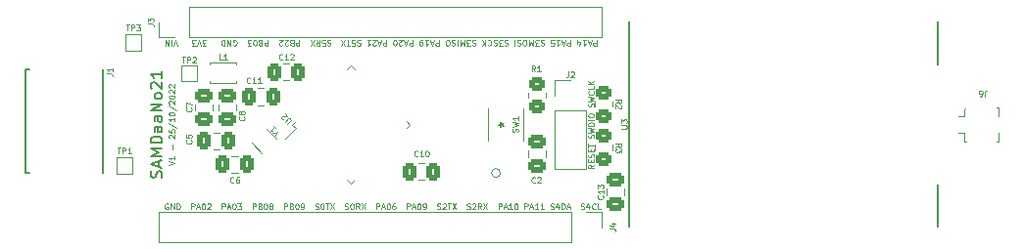
<source format=gto>
G04 #@! TF.GenerationSoftware,KiCad,Pcbnew,6.0.8-f2edbf62ab~116~ubuntu22.04.1*
G04 #@! TF.CreationDate,2022-10-28T12:05:06+02:00*
G04 #@! TF.ProjectId,FLWSB-SAMDaaNo21,464c5753-422d-4534-914d-4461614e6f32,1.0*
G04 #@! TF.SameCoordinates,Original*
G04 #@! TF.FileFunction,Legend,Top*
G04 #@! TF.FilePolarity,Positive*
%FSLAX46Y46*%
G04 Gerber Fmt 4.6, Leading zero omitted, Abs format (unit mm)*
G04 Created by KiCad (PCBNEW 6.0.8-f2edbf62ab~116~ubuntu22.04.1) date 2022-10-28 12:05:06*
%MOMM*%
%LPD*%
G01*
G04 APERTURE LIST*
G04 Aperture macros list*
%AMRoundRect*
0 Rectangle with rounded corners*
0 $1 Rounding radius*
0 $2 $3 $4 $5 $6 $7 $8 $9 X,Y pos of 4 corners*
0 Add a 4 corners polygon primitive as box body*
4,1,4,$2,$3,$4,$5,$6,$7,$8,$9,$2,$3,0*
0 Add four circle primitives for the rounded corners*
1,1,$1+$1,$2,$3*
1,1,$1+$1,$4,$5*
1,1,$1+$1,$6,$7*
1,1,$1+$1,$8,$9*
0 Add four rect primitives between the rounded corners*
20,1,$1+$1,$2,$3,$4,$5,0*
20,1,$1+$1,$4,$5,$6,$7,0*
20,1,$1+$1,$6,$7,$8,$9,0*
20,1,$1+$1,$8,$9,$2,$3,0*%
%AMRotRect*
0 Rectangle, with rotation*
0 The origin of the aperture is its center*
0 $1 length*
0 $2 width*
0 $3 Rotation angle, in degrees counterclockwise*
0 Add horizontal line*
21,1,$1,$2,0,0,$3*%
G04 Aperture macros list end*
%ADD10C,0.100000*%
%ADD11C,0.150000*%
%ADD12C,0.120000*%
%ADD13C,0.200000*%
%ADD14RoundRect,0.250000X-0.337500X-0.475000X0.337500X-0.475000X0.337500X0.475000X-0.337500X0.475000X0*%
%ADD15R,1.000000X1.000000*%
%ADD16R,2.200000X1.050000*%
%ADD17R,0.990600X0.889000*%
%ADD18R,1.700000X1.700000*%
%ADD19O,1.700000X1.700000*%
%ADD20RoundRect,0.250000X-0.450000X0.350000X-0.450000X-0.350000X0.450000X-0.350000X0.450000X0.350000X0*%
%ADD21RoundRect,0.250000X0.475000X-0.337500X0.475000X0.337500X-0.475000X0.337500X-0.475000X-0.337500X0*%
%ADD22R,1.016000X1.524000*%
%ADD23R,1.524000X1.016000*%
%ADD24RoundRect,0.250000X0.450000X-0.350000X0.450000X0.350000X-0.450000X0.350000X-0.450000X-0.350000X0*%
%ADD25R,0.900000X1.000000*%
%ADD26RoundRect,0.075000X-0.415425X-0.521491X0.521491X0.415425X0.415425X0.521491X-0.521491X-0.415425X0*%
%ADD27RoundRect,0.075000X0.415425X-0.521491X0.521491X-0.415425X-0.415425X0.521491X-0.521491X0.415425X0*%
%ADD28RoundRect,0.250000X0.337500X0.475000X-0.337500X0.475000X-0.337500X-0.475000X0.337500X-0.475000X0*%
%ADD29RotRect,1.000000X1.800000X315.000000*%
%ADD30C,0.650000*%
%ADD31O,2.216000X1.108000*%
G04 APERTURE END LIST*
D10*
X132970034Y-71401809D02*
X132970034Y-71901809D01*
X132779558Y-71901809D01*
X132731939Y-71878000D01*
X132708129Y-71854190D01*
X132684320Y-71806571D01*
X132684320Y-71735142D01*
X132708129Y-71687523D01*
X132731939Y-71663714D01*
X132779558Y-71639904D01*
X132970034Y-71639904D01*
X132493843Y-71544666D02*
X132255748Y-71544666D01*
X132541462Y-71401809D02*
X132374796Y-71901809D01*
X132208129Y-71401809D01*
X131779558Y-71401809D02*
X132065272Y-71401809D01*
X131922415Y-71401809D02*
X131922415Y-71901809D01*
X131970034Y-71830380D01*
X132017653Y-71782761D01*
X132065272Y-71758952D01*
X131350986Y-71735142D02*
X131350986Y-71401809D01*
X131470034Y-71925619D02*
X131589082Y-71568476D01*
X131279558Y-71568476D01*
X130708129Y-71401809D02*
X130708129Y-71901809D01*
X130517653Y-71901809D01*
X130470034Y-71878000D01*
X130446224Y-71854190D01*
X130422415Y-71806571D01*
X130422415Y-71735142D01*
X130446224Y-71687523D01*
X130470034Y-71663714D01*
X130517653Y-71639904D01*
X130708129Y-71639904D01*
X130231939Y-71544666D02*
X129993843Y-71544666D01*
X130279558Y-71401809D02*
X130112891Y-71901809D01*
X129946224Y-71401809D01*
X129517653Y-71401809D02*
X129803367Y-71401809D01*
X129660510Y-71401809D02*
X129660510Y-71901809D01*
X129708129Y-71830380D01*
X129755748Y-71782761D01*
X129803367Y-71758952D01*
X129065272Y-71901809D02*
X129303367Y-71901809D01*
X129327177Y-71663714D01*
X129303367Y-71687523D01*
X129255748Y-71711333D01*
X129136701Y-71711333D01*
X129089082Y-71687523D01*
X129065272Y-71663714D01*
X129041462Y-71616095D01*
X129041462Y-71497047D01*
X129065272Y-71449428D01*
X129089082Y-71425619D01*
X129136701Y-71401809D01*
X129255748Y-71401809D01*
X129303367Y-71425619D01*
X129327177Y-71449428D01*
X128470034Y-71425619D02*
X128398605Y-71401809D01*
X128279558Y-71401809D01*
X128231939Y-71425619D01*
X128208129Y-71449428D01*
X128184320Y-71497047D01*
X128184320Y-71544666D01*
X128208129Y-71592285D01*
X128231939Y-71616095D01*
X128279558Y-71639904D01*
X128374796Y-71663714D01*
X128422415Y-71687523D01*
X128446224Y-71711333D01*
X128470034Y-71758952D01*
X128470034Y-71806571D01*
X128446224Y-71854190D01*
X128422415Y-71878000D01*
X128374796Y-71901809D01*
X128255748Y-71901809D01*
X128184320Y-71878000D01*
X128017653Y-71901809D02*
X127708129Y-71901809D01*
X127874796Y-71711333D01*
X127803367Y-71711333D01*
X127755748Y-71687523D01*
X127731939Y-71663714D01*
X127708129Y-71616095D01*
X127708129Y-71497047D01*
X127731939Y-71449428D01*
X127755748Y-71425619D01*
X127803367Y-71401809D01*
X127946224Y-71401809D01*
X127993843Y-71425619D01*
X128017653Y-71449428D01*
X127493843Y-71401809D02*
X127493843Y-71901809D01*
X127327177Y-71544666D01*
X127160510Y-71901809D01*
X127160510Y-71401809D01*
X126827177Y-71901809D02*
X126731939Y-71901809D01*
X126684320Y-71878000D01*
X126636701Y-71830380D01*
X126612891Y-71735142D01*
X126612891Y-71568476D01*
X126636701Y-71473238D01*
X126684320Y-71425619D01*
X126731939Y-71401809D01*
X126827177Y-71401809D01*
X126874796Y-71425619D01*
X126922415Y-71473238D01*
X126946224Y-71568476D01*
X126946224Y-71735142D01*
X126922415Y-71830380D01*
X126874796Y-71878000D01*
X126827177Y-71901809D01*
X126422415Y-71425619D02*
X126350986Y-71401809D01*
X126231939Y-71401809D01*
X126184320Y-71425619D01*
X126160510Y-71449428D01*
X126136701Y-71497047D01*
X126136701Y-71544666D01*
X126160510Y-71592285D01*
X126184320Y-71616095D01*
X126231939Y-71639904D01*
X126327177Y-71663714D01*
X126374796Y-71687523D01*
X126398605Y-71711333D01*
X126422415Y-71758952D01*
X126422415Y-71806571D01*
X126398605Y-71854190D01*
X126374796Y-71878000D01*
X126327177Y-71901809D01*
X126208129Y-71901809D01*
X126136701Y-71878000D01*
X125922415Y-71401809D02*
X125922415Y-71901809D01*
X125327177Y-71425619D02*
X125255748Y-71401809D01*
X125136701Y-71401809D01*
X125089082Y-71425619D01*
X125065272Y-71449428D01*
X125041462Y-71497047D01*
X125041462Y-71544666D01*
X125065272Y-71592285D01*
X125089082Y-71616095D01*
X125136701Y-71639904D01*
X125231939Y-71663714D01*
X125279558Y-71687523D01*
X125303367Y-71711333D01*
X125327177Y-71758952D01*
X125327177Y-71806571D01*
X125303367Y-71854190D01*
X125279558Y-71878000D01*
X125231939Y-71901809D01*
X125112891Y-71901809D01*
X125041462Y-71878000D01*
X124874796Y-71901809D02*
X124565272Y-71901809D01*
X124731939Y-71711333D01*
X124660510Y-71711333D01*
X124612891Y-71687523D01*
X124589082Y-71663714D01*
X124565272Y-71616095D01*
X124565272Y-71497047D01*
X124589082Y-71449428D01*
X124612891Y-71425619D01*
X124660510Y-71401809D01*
X124803367Y-71401809D01*
X124850986Y-71425619D01*
X124874796Y-71449428D01*
X124374796Y-71425619D02*
X124303367Y-71401809D01*
X124184320Y-71401809D01*
X124136701Y-71425619D01*
X124112891Y-71449428D01*
X124089082Y-71497047D01*
X124089082Y-71544666D01*
X124112891Y-71592285D01*
X124136701Y-71616095D01*
X124184320Y-71639904D01*
X124279558Y-71663714D01*
X124327177Y-71687523D01*
X124350986Y-71711333D01*
X124374796Y-71758952D01*
X124374796Y-71806571D01*
X124350986Y-71854190D01*
X124327177Y-71878000D01*
X124279558Y-71901809D01*
X124160510Y-71901809D01*
X124089082Y-71878000D01*
X123589082Y-71449428D02*
X123612891Y-71425619D01*
X123684320Y-71401809D01*
X123731939Y-71401809D01*
X123803367Y-71425619D01*
X123850986Y-71473238D01*
X123874796Y-71520857D01*
X123898605Y-71616095D01*
X123898605Y-71687523D01*
X123874796Y-71782761D01*
X123850986Y-71830380D01*
X123803367Y-71878000D01*
X123731939Y-71901809D01*
X123684320Y-71901809D01*
X123612891Y-71878000D01*
X123589082Y-71854190D01*
X123374796Y-71401809D02*
X123374796Y-71901809D01*
X123089082Y-71401809D02*
X123303367Y-71687523D01*
X123089082Y-71901809D02*
X123374796Y-71616095D01*
X122517653Y-71425619D02*
X122446224Y-71401809D01*
X122327177Y-71401809D01*
X122279558Y-71425619D01*
X122255748Y-71449428D01*
X122231939Y-71497047D01*
X122231939Y-71544666D01*
X122255748Y-71592285D01*
X122279558Y-71616095D01*
X122327177Y-71639904D01*
X122422415Y-71663714D01*
X122470034Y-71687523D01*
X122493843Y-71711333D01*
X122517653Y-71758952D01*
X122517653Y-71806571D01*
X122493843Y-71854190D01*
X122470034Y-71878000D01*
X122422415Y-71901809D01*
X122303367Y-71901809D01*
X122231939Y-71878000D01*
X122065272Y-71901809D02*
X121755748Y-71901809D01*
X121922415Y-71711333D01*
X121850986Y-71711333D01*
X121803367Y-71687523D01*
X121779558Y-71663714D01*
X121755748Y-71616095D01*
X121755748Y-71497047D01*
X121779558Y-71449428D01*
X121803367Y-71425619D01*
X121850986Y-71401809D01*
X121993843Y-71401809D01*
X122041462Y-71425619D01*
X122065272Y-71449428D01*
X121541462Y-71401809D02*
X121541462Y-71901809D01*
X121374796Y-71544666D01*
X121208129Y-71901809D01*
X121208129Y-71401809D01*
X120970034Y-71401809D02*
X120970034Y-71901809D01*
X120755748Y-71425619D02*
X120684320Y-71401809D01*
X120565272Y-71401809D01*
X120517653Y-71425619D01*
X120493843Y-71449428D01*
X120470034Y-71497047D01*
X120470034Y-71544666D01*
X120493843Y-71592285D01*
X120517653Y-71616095D01*
X120565272Y-71639904D01*
X120660510Y-71663714D01*
X120708129Y-71687523D01*
X120731939Y-71711333D01*
X120755748Y-71758952D01*
X120755748Y-71806571D01*
X120731939Y-71854190D01*
X120708129Y-71878000D01*
X120660510Y-71901809D01*
X120541462Y-71901809D01*
X120470034Y-71878000D01*
X120160510Y-71901809D02*
X120065272Y-71901809D01*
X120017653Y-71878000D01*
X119970034Y-71830380D01*
X119946224Y-71735142D01*
X119946224Y-71568476D01*
X119970034Y-71473238D01*
X120017653Y-71425619D01*
X120065272Y-71401809D01*
X120160510Y-71401809D01*
X120208129Y-71425619D01*
X120255748Y-71473238D01*
X120279558Y-71568476D01*
X120279558Y-71735142D01*
X120255748Y-71830380D01*
X120208129Y-71878000D01*
X120160510Y-71901809D01*
X119350986Y-71401809D02*
X119350986Y-71901809D01*
X119160510Y-71901809D01*
X119112891Y-71878000D01*
X119089082Y-71854190D01*
X119065272Y-71806571D01*
X119065272Y-71735142D01*
X119089082Y-71687523D01*
X119112891Y-71663714D01*
X119160510Y-71639904D01*
X119350986Y-71639904D01*
X118874796Y-71544666D02*
X118636701Y-71544666D01*
X118922415Y-71401809D02*
X118755748Y-71901809D01*
X118589082Y-71401809D01*
X118160510Y-71401809D02*
X118446224Y-71401809D01*
X118303367Y-71401809D02*
X118303367Y-71901809D01*
X118350986Y-71830380D01*
X118398605Y-71782761D01*
X118446224Y-71758952D01*
X117922415Y-71401809D02*
X117827177Y-71401809D01*
X117779558Y-71425619D01*
X117755748Y-71449428D01*
X117708129Y-71520857D01*
X117684320Y-71616095D01*
X117684320Y-71806571D01*
X117708129Y-71854190D01*
X117731939Y-71878000D01*
X117779558Y-71901809D01*
X117874796Y-71901809D01*
X117922415Y-71878000D01*
X117946224Y-71854190D01*
X117970034Y-71806571D01*
X117970034Y-71687523D01*
X117946224Y-71639904D01*
X117922415Y-71616095D01*
X117874796Y-71592285D01*
X117779558Y-71592285D01*
X117731939Y-71616095D01*
X117708129Y-71639904D01*
X117684320Y-71687523D01*
X117089082Y-71401809D02*
X117089082Y-71901809D01*
X116898605Y-71901809D01*
X116850986Y-71878000D01*
X116827177Y-71854190D01*
X116803367Y-71806571D01*
X116803367Y-71735142D01*
X116827177Y-71687523D01*
X116850986Y-71663714D01*
X116898605Y-71639904D01*
X117089082Y-71639904D01*
X116612891Y-71544666D02*
X116374796Y-71544666D01*
X116660510Y-71401809D02*
X116493843Y-71901809D01*
X116327177Y-71401809D01*
X116184320Y-71854190D02*
X116160510Y-71878000D01*
X116112891Y-71901809D01*
X115993843Y-71901809D01*
X115946224Y-71878000D01*
X115922415Y-71854190D01*
X115898605Y-71806571D01*
X115898605Y-71758952D01*
X115922415Y-71687523D01*
X116208129Y-71401809D01*
X115898605Y-71401809D01*
X115589082Y-71901809D02*
X115541462Y-71901809D01*
X115493843Y-71878000D01*
X115470034Y-71854190D01*
X115446224Y-71806571D01*
X115422415Y-71711333D01*
X115422415Y-71592285D01*
X115446224Y-71497047D01*
X115470034Y-71449428D01*
X115493843Y-71425619D01*
X115541462Y-71401809D01*
X115589082Y-71401809D01*
X115636701Y-71425619D01*
X115660510Y-71449428D01*
X115684320Y-71497047D01*
X115708129Y-71592285D01*
X115708129Y-71711333D01*
X115684320Y-71806571D01*
X115660510Y-71854190D01*
X115636701Y-71878000D01*
X115589082Y-71901809D01*
X114827177Y-71401809D02*
X114827177Y-71901809D01*
X114636701Y-71901809D01*
X114589082Y-71878000D01*
X114565272Y-71854190D01*
X114541462Y-71806571D01*
X114541462Y-71735142D01*
X114565272Y-71687523D01*
X114589082Y-71663714D01*
X114636701Y-71639904D01*
X114827177Y-71639904D01*
X114350986Y-71544666D02*
X114112891Y-71544666D01*
X114398605Y-71401809D02*
X114231939Y-71901809D01*
X114065272Y-71401809D01*
X113922415Y-71854190D02*
X113898605Y-71878000D01*
X113850986Y-71901809D01*
X113731939Y-71901809D01*
X113684320Y-71878000D01*
X113660510Y-71854190D01*
X113636701Y-71806571D01*
X113636701Y-71758952D01*
X113660510Y-71687523D01*
X113946224Y-71401809D01*
X113636701Y-71401809D01*
X113160510Y-71401809D02*
X113446224Y-71401809D01*
X113303367Y-71401809D02*
X113303367Y-71901809D01*
X113350986Y-71830380D01*
X113398605Y-71782761D01*
X113446224Y-71758952D01*
X112589082Y-71425619D02*
X112517653Y-71401809D01*
X112398605Y-71401809D01*
X112350986Y-71425619D01*
X112327177Y-71449428D01*
X112303367Y-71497047D01*
X112303367Y-71544666D01*
X112327177Y-71592285D01*
X112350986Y-71616095D01*
X112398605Y-71639904D01*
X112493843Y-71663714D01*
X112541462Y-71687523D01*
X112565272Y-71711333D01*
X112589082Y-71758952D01*
X112589082Y-71806571D01*
X112565272Y-71854190D01*
X112541462Y-71878000D01*
X112493843Y-71901809D01*
X112374796Y-71901809D01*
X112303367Y-71878000D01*
X111850986Y-71901809D02*
X112089082Y-71901809D01*
X112112891Y-71663714D01*
X112089082Y-71687523D01*
X112041462Y-71711333D01*
X111922415Y-71711333D01*
X111874796Y-71687523D01*
X111850986Y-71663714D01*
X111827177Y-71616095D01*
X111827177Y-71497047D01*
X111850986Y-71449428D01*
X111874796Y-71425619D01*
X111922415Y-71401809D01*
X112041462Y-71401809D01*
X112089082Y-71425619D01*
X112112891Y-71449428D01*
X111684320Y-71901809D02*
X111398605Y-71901809D01*
X111541462Y-71401809D02*
X111541462Y-71901809D01*
X111279558Y-71901809D02*
X110946224Y-71401809D01*
X110946224Y-71901809D02*
X111279558Y-71401809D01*
X110017653Y-71425619D02*
X109946224Y-71401809D01*
X109827177Y-71401809D01*
X109779558Y-71425619D01*
X109755748Y-71449428D01*
X109731939Y-71497047D01*
X109731939Y-71544666D01*
X109755748Y-71592285D01*
X109779558Y-71616095D01*
X109827177Y-71639904D01*
X109922415Y-71663714D01*
X109970034Y-71687523D01*
X109993843Y-71711333D01*
X110017653Y-71758952D01*
X110017653Y-71806571D01*
X109993843Y-71854190D01*
X109970034Y-71878000D01*
X109922415Y-71901809D01*
X109803367Y-71901809D01*
X109731939Y-71878000D01*
X109279558Y-71901809D02*
X109517653Y-71901809D01*
X109541462Y-71663714D01*
X109517653Y-71687523D01*
X109470034Y-71711333D01*
X109350986Y-71711333D01*
X109303367Y-71687523D01*
X109279558Y-71663714D01*
X109255748Y-71616095D01*
X109255748Y-71497047D01*
X109279558Y-71449428D01*
X109303367Y-71425619D01*
X109350986Y-71401809D01*
X109470034Y-71401809D01*
X109517653Y-71425619D01*
X109541462Y-71449428D01*
X108755748Y-71401809D02*
X108922415Y-71639904D01*
X109041462Y-71401809D02*
X109041462Y-71901809D01*
X108850986Y-71901809D01*
X108803367Y-71878000D01*
X108779558Y-71854190D01*
X108755748Y-71806571D01*
X108755748Y-71735142D01*
X108779558Y-71687523D01*
X108803367Y-71663714D01*
X108850986Y-71639904D01*
X109041462Y-71639904D01*
X108589082Y-71901809D02*
X108255748Y-71401809D01*
X108255748Y-71901809D02*
X108589082Y-71401809D01*
X107303367Y-71401809D02*
X107303367Y-71901809D01*
X107112891Y-71901809D01*
X107065272Y-71878000D01*
X107041462Y-71854190D01*
X107017653Y-71806571D01*
X107017653Y-71735142D01*
X107041462Y-71687523D01*
X107065272Y-71663714D01*
X107112891Y-71639904D01*
X107303367Y-71639904D01*
X106636701Y-71663714D02*
X106565272Y-71639904D01*
X106541462Y-71616095D01*
X106517653Y-71568476D01*
X106517653Y-71497047D01*
X106541462Y-71449428D01*
X106565272Y-71425619D01*
X106612891Y-71401809D01*
X106803367Y-71401809D01*
X106803367Y-71901809D01*
X106636701Y-71901809D01*
X106589082Y-71878000D01*
X106565272Y-71854190D01*
X106541462Y-71806571D01*
X106541462Y-71758952D01*
X106565272Y-71711333D01*
X106589082Y-71687523D01*
X106636701Y-71663714D01*
X106803367Y-71663714D01*
X106327177Y-71854190D02*
X106303367Y-71878000D01*
X106255748Y-71901809D01*
X106136701Y-71901809D01*
X106089082Y-71878000D01*
X106065272Y-71854190D01*
X106041462Y-71806571D01*
X106041462Y-71758952D01*
X106065272Y-71687523D01*
X106350986Y-71401809D01*
X106041462Y-71401809D01*
X105850986Y-71854190D02*
X105827177Y-71878000D01*
X105779558Y-71901809D01*
X105660510Y-71901809D01*
X105612891Y-71878000D01*
X105589082Y-71854190D01*
X105565272Y-71806571D01*
X105565272Y-71758952D01*
X105589082Y-71687523D01*
X105874796Y-71401809D01*
X105565272Y-71401809D01*
X104589082Y-71401809D02*
X104589082Y-71901809D01*
X104398605Y-71901809D01*
X104350986Y-71878000D01*
X104327177Y-71854190D01*
X104303367Y-71806571D01*
X104303367Y-71735142D01*
X104327177Y-71687523D01*
X104350986Y-71663714D01*
X104398605Y-71639904D01*
X104589082Y-71639904D01*
X103922415Y-71663714D02*
X103850986Y-71639904D01*
X103827177Y-71616095D01*
X103803367Y-71568476D01*
X103803367Y-71497047D01*
X103827177Y-71449428D01*
X103850986Y-71425619D01*
X103898605Y-71401809D01*
X104089082Y-71401809D01*
X104089082Y-71901809D01*
X103922415Y-71901809D01*
X103874796Y-71878000D01*
X103850986Y-71854190D01*
X103827177Y-71806571D01*
X103827177Y-71758952D01*
X103850986Y-71711333D01*
X103874796Y-71687523D01*
X103922415Y-71663714D01*
X104089082Y-71663714D01*
X103493843Y-71901809D02*
X103446224Y-71901809D01*
X103398605Y-71878000D01*
X103374796Y-71854190D01*
X103350986Y-71806571D01*
X103327177Y-71711333D01*
X103327177Y-71592285D01*
X103350986Y-71497047D01*
X103374796Y-71449428D01*
X103398605Y-71425619D01*
X103446224Y-71401809D01*
X103493843Y-71401809D01*
X103541462Y-71425619D01*
X103565272Y-71449428D01*
X103589082Y-71497047D01*
X103612891Y-71592285D01*
X103612891Y-71711333D01*
X103589082Y-71806571D01*
X103565272Y-71854190D01*
X103541462Y-71878000D01*
X103493843Y-71901809D01*
X103160510Y-71901809D02*
X102850986Y-71901809D01*
X103017653Y-71711333D01*
X102946224Y-71711333D01*
X102898605Y-71687523D01*
X102874796Y-71663714D01*
X102850986Y-71616095D01*
X102850986Y-71497047D01*
X102874796Y-71449428D01*
X102898605Y-71425619D01*
X102946224Y-71401809D01*
X103089082Y-71401809D01*
X103136701Y-71425619D01*
X103160510Y-71449428D01*
X101612891Y-71878000D02*
X101660510Y-71901809D01*
X101731939Y-71901809D01*
X101803367Y-71878000D01*
X101850986Y-71830380D01*
X101874796Y-71782761D01*
X101898605Y-71687523D01*
X101898605Y-71616095D01*
X101874796Y-71520857D01*
X101850986Y-71473238D01*
X101803367Y-71425619D01*
X101731939Y-71401809D01*
X101684320Y-71401809D01*
X101612891Y-71425619D01*
X101589082Y-71449428D01*
X101589082Y-71616095D01*
X101684320Y-71616095D01*
X101374796Y-71401809D02*
X101374796Y-71901809D01*
X101089082Y-71401809D01*
X101089082Y-71901809D01*
X100850986Y-71401809D02*
X100850986Y-71901809D01*
X100731939Y-71901809D01*
X100660510Y-71878000D01*
X100612891Y-71830380D01*
X100589082Y-71782761D01*
X100565272Y-71687523D01*
X100565272Y-71616095D01*
X100589082Y-71520857D01*
X100612891Y-71473238D01*
X100660510Y-71425619D01*
X100731939Y-71401809D01*
X100850986Y-71401809D01*
X99255748Y-71901809D02*
X98946224Y-71901809D01*
X99112891Y-71711333D01*
X99041462Y-71711333D01*
X98993843Y-71687523D01*
X98970034Y-71663714D01*
X98946224Y-71616095D01*
X98946224Y-71497047D01*
X98970034Y-71449428D01*
X98993843Y-71425619D01*
X99041462Y-71401809D01*
X99184320Y-71401809D01*
X99231939Y-71425619D01*
X99255748Y-71449428D01*
X98803367Y-71901809D02*
X98636701Y-71401809D01*
X98470034Y-71901809D01*
X98350986Y-71901809D02*
X98041462Y-71901809D01*
X98208129Y-71711333D01*
X98136701Y-71711333D01*
X98089082Y-71687523D01*
X98065272Y-71663714D01*
X98041462Y-71616095D01*
X98041462Y-71497047D01*
X98065272Y-71449428D01*
X98089082Y-71425619D01*
X98136701Y-71401809D01*
X98279558Y-71401809D01*
X98327177Y-71425619D01*
X98350986Y-71449428D01*
X96755748Y-71901809D02*
X96589082Y-71401809D01*
X96422415Y-71901809D01*
X96255748Y-71401809D02*
X96255748Y-71901809D01*
X96017653Y-71401809D02*
X96017653Y-71901809D01*
X95731939Y-71401809D01*
X95731939Y-71901809D01*
D11*
X95400761Y-83344047D02*
X95448380Y-83201190D01*
X95448380Y-82963095D01*
X95400761Y-82867857D01*
X95353142Y-82820238D01*
X95257904Y-82772619D01*
X95162666Y-82772619D01*
X95067428Y-82820238D01*
X95019809Y-82867857D01*
X94972190Y-82963095D01*
X94924571Y-83153571D01*
X94876952Y-83248809D01*
X94829333Y-83296428D01*
X94734095Y-83344047D01*
X94638857Y-83344047D01*
X94543619Y-83296428D01*
X94496000Y-83248809D01*
X94448380Y-83153571D01*
X94448380Y-82915476D01*
X94496000Y-82772619D01*
X95162666Y-82391666D02*
X95162666Y-81915476D01*
X95448380Y-82486904D02*
X94448380Y-82153571D01*
X95448380Y-81820238D01*
X95448380Y-81486904D02*
X94448380Y-81486904D01*
X95162666Y-81153571D01*
X94448380Y-80820238D01*
X95448380Y-80820238D01*
X95448380Y-80344047D02*
X94448380Y-80344047D01*
X94448380Y-80105952D01*
X94496000Y-79963095D01*
X94591238Y-79867857D01*
X94686476Y-79820238D01*
X94876952Y-79772619D01*
X95019809Y-79772619D01*
X95210285Y-79820238D01*
X95305523Y-79867857D01*
X95400761Y-79963095D01*
X95448380Y-80105952D01*
X95448380Y-80344047D01*
X95448380Y-78915476D02*
X94924571Y-78915476D01*
X94829333Y-78963095D01*
X94781714Y-79058333D01*
X94781714Y-79248809D01*
X94829333Y-79344047D01*
X95400761Y-78915476D02*
X95448380Y-79010714D01*
X95448380Y-79248809D01*
X95400761Y-79344047D01*
X95305523Y-79391666D01*
X95210285Y-79391666D01*
X95115047Y-79344047D01*
X95067428Y-79248809D01*
X95067428Y-79010714D01*
X95019809Y-78915476D01*
X95448380Y-78010714D02*
X94924571Y-78010714D01*
X94829333Y-78058333D01*
X94781714Y-78153571D01*
X94781714Y-78344047D01*
X94829333Y-78439285D01*
X95400761Y-78010714D02*
X95448380Y-78105952D01*
X95448380Y-78344047D01*
X95400761Y-78439285D01*
X95305523Y-78486904D01*
X95210285Y-78486904D01*
X95115047Y-78439285D01*
X95067428Y-78344047D01*
X95067428Y-78105952D01*
X95019809Y-78010714D01*
X95448380Y-77534523D02*
X94448380Y-77534523D01*
X95448380Y-76963095D01*
X94448380Y-76963095D01*
X95448380Y-76344047D02*
X95400761Y-76439285D01*
X95353142Y-76486904D01*
X95257904Y-76534523D01*
X94972190Y-76534523D01*
X94876952Y-76486904D01*
X94829333Y-76439285D01*
X94781714Y-76344047D01*
X94781714Y-76201190D01*
X94829333Y-76105952D01*
X94876952Y-76058333D01*
X94972190Y-76010714D01*
X95257904Y-76010714D01*
X95353142Y-76058333D01*
X95400761Y-76105952D01*
X95448380Y-76201190D01*
X95448380Y-76344047D01*
X94543619Y-75629761D02*
X94496000Y-75582142D01*
X94448380Y-75486904D01*
X94448380Y-75248809D01*
X94496000Y-75153571D01*
X94543619Y-75105952D01*
X94638857Y-75058333D01*
X94734095Y-75058333D01*
X94876952Y-75105952D01*
X95448380Y-75677380D01*
X95448380Y-75058333D01*
X95448380Y-74105952D02*
X95448380Y-74677380D01*
X95448380Y-74391666D02*
X94448380Y-74391666D01*
X94591238Y-74486904D01*
X94686476Y-74582142D01*
X94734095Y-74677380D01*
D10*
X95949952Y-85602000D02*
X95902333Y-85578190D01*
X95830904Y-85578190D01*
X95759476Y-85602000D01*
X95711857Y-85649619D01*
X95688047Y-85697238D01*
X95664238Y-85792476D01*
X95664238Y-85863904D01*
X95688047Y-85959142D01*
X95711857Y-86006761D01*
X95759476Y-86054380D01*
X95830904Y-86078190D01*
X95878523Y-86078190D01*
X95949952Y-86054380D01*
X95973761Y-86030571D01*
X95973761Y-85863904D01*
X95878523Y-85863904D01*
X96188047Y-86078190D02*
X96188047Y-85578190D01*
X96473761Y-86078190D01*
X96473761Y-85578190D01*
X96711857Y-86078190D02*
X96711857Y-85578190D01*
X96830904Y-85578190D01*
X96902333Y-85602000D01*
X96949952Y-85649619D01*
X96973761Y-85697238D01*
X96997571Y-85792476D01*
X96997571Y-85863904D01*
X96973761Y-85959142D01*
X96949952Y-86006761D01*
X96902333Y-86054380D01*
X96830904Y-86078190D01*
X96711857Y-86078190D01*
X97973761Y-86078190D02*
X97973761Y-85578190D01*
X98164238Y-85578190D01*
X98211857Y-85602000D01*
X98235666Y-85625809D01*
X98259476Y-85673428D01*
X98259476Y-85744857D01*
X98235666Y-85792476D01*
X98211857Y-85816285D01*
X98164238Y-85840095D01*
X97973761Y-85840095D01*
X98449952Y-85935333D02*
X98688047Y-85935333D01*
X98402333Y-86078190D02*
X98569000Y-85578190D01*
X98735666Y-86078190D01*
X98997571Y-85578190D02*
X99045190Y-85578190D01*
X99092809Y-85602000D01*
X99116619Y-85625809D01*
X99140428Y-85673428D01*
X99164238Y-85768666D01*
X99164238Y-85887714D01*
X99140428Y-85982952D01*
X99116619Y-86030571D01*
X99092809Y-86054380D01*
X99045190Y-86078190D01*
X98997571Y-86078190D01*
X98949952Y-86054380D01*
X98926142Y-86030571D01*
X98902333Y-85982952D01*
X98878523Y-85887714D01*
X98878523Y-85768666D01*
X98902333Y-85673428D01*
X98926142Y-85625809D01*
X98949952Y-85602000D01*
X98997571Y-85578190D01*
X99354714Y-85625809D02*
X99378523Y-85602000D01*
X99426142Y-85578190D01*
X99545190Y-85578190D01*
X99592809Y-85602000D01*
X99616619Y-85625809D01*
X99640428Y-85673428D01*
X99640428Y-85721047D01*
X99616619Y-85792476D01*
X99330904Y-86078190D01*
X99640428Y-86078190D01*
X100616619Y-86078190D02*
X100616619Y-85578190D01*
X100807095Y-85578190D01*
X100854714Y-85602000D01*
X100878523Y-85625809D01*
X100902333Y-85673428D01*
X100902333Y-85744857D01*
X100878523Y-85792476D01*
X100854714Y-85816285D01*
X100807095Y-85840095D01*
X100616619Y-85840095D01*
X101092809Y-85935333D02*
X101330904Y-85935333D01*
X101045190Y-86078190D02*
X101211857Y-85578190D01*
X101378523Y-86078190D01*
X101640428Y-85578190D02*
X101688047Y-85578190D01*
X101735666Y-85602000D01*
X101759476Y-85625809D01*
X101783285Y-85673428D01*
X101807095Y-85768666D01*
X101807095Y-85887714D01*
X101783285Y-85982952D01*
X101759476Y-86030571D01*
X101735666Y-86054380D01*
X101688047Y-86078190D01*
X101640428Y-86078190D01*
X101592809Y-86054380D01*
X101569000Y-86030571D01*
X101545190Y-85982952D01*
X101521380Y-85887714D01*
X101521380Y-85768666D01*
X101545190Y-85673428D01*
X101569000Y-85625809D01*
X101592809Y-85602000D01*
X101640428Y-85578190D01*
X101973761Y-85578190D02*
X102283285Y-85578190D01*
X102116619Y-85768666D01*
X102188047Y-85768666D01*
X102235666Y-85792476D01*
X102259476Y-85816285D01*
X102283285Y-85863904D01*
X102283285Y-85982952D01*
X102259476Y-86030571D01*
X102235666Y-86054380D01*
X102188047Y-86078190D01*
X102045190Y-86078190D01*
X101997571Y-86054380D01*
X101973761Y-86030571D01*
X103259476Y-86078190D02*
X103259476Y-85578190D01*
X103449952Y-85578190D01*
X103497571Y-85602000D01*
X103521380Y-85625809D01*
X103545190Y-85673428D01*
X103545190Y-85744857D01*
X103521380Y-85792476D01*
X103497571Y-85816285D01*
X103449952Y-85840095D01*
X103259476Y-85840095D01*
X103926142Y-85816285D02*
X103997571Y-85840095D01*
X104021380Y-85863904D01*
X104045190Y-85911523D01*
X104045190Y-85982952D01*
X104021380Y-86030571D01*
X103997571Y-86054380D01*
X103949952Y-86078190D01*
X103759476Y-86078190D01*
X103759476Y-85578190D01*
X103926142Y-85578190D01*
X103973761Y-85602000D01*
X103997571Y-85625809D01*
X104021380Y-85673428D01*
X104021380Y-85721047D01*
X103997571Y-85768666D01*
X103973761Y-85792476D01*
X103926142Y-85816285D01*
X103759476Y-85816285D01*
X104354714Y-85578190D02*
X104402333Y-85578190D01*
X104449952Y-85602000D01*
X104473761Y-85625809D01*
X104497571Y-85673428D01*
X104521380Y-85768666D01*
X104521380Y-85887714D01*
X104497571Y-85982952D01*
X104473761Y-86030571D01*
X104449952Y-86054380D01*
X104402333Y-86078190D01*
X104354714Y-86078190D01*
X104307095Y-86054380D01*
X104283285Y-86030571D01*
X104259476Y-85982952D01*
X104235666Y-85887714D01*
X104235666Y-85768666D01*
X104259476Y-85673428D01*
X104283285Y-85625809D01*
X104307095Y-85602000D01*
X104354714Y-85578190D01*
X104807095Y-85792476D02*
X104759476Y-85768666D01*
X104735666Y-85744857D01*
X104711857Y-85697238D01*
X104711857Y-85673428D01*
X104735666Y-85625809D01*
X104759476Y-85602000D01*
X104807095Y-85578190D01*
X104902333Y-85578190D01*
X104949952Y-85602000D01*
X104973761Y-85625809D01*
X104997571Y-85673428D01*
X104997571Y-85697238D01*
X104973761Y-85744857D01*
X104949952Y-85768666D01*
X104902333Y-85792476D01*
X104807095Y-85792476D01*
X104759476Y-85816285D01*
X104735666Y-85840095D01*
X104711857Y-85887714D01*
X104711857Y-85982952D01*
X104735666Y-86030571D01*
X104759476Y-86054380D01*
X104807095Y-86078190D01*
X104902333Y-86078190D01*
X104949952Y-86054380D01*
X104973761Y-86030571D01*
X104997571Y-85982952D01*
X104997571Y-85887714D01*
X104973761Y-85840095D01*
X104949952Y-85816285D01*
X104902333Y-85792476D01*
X105973761Y-86078190D02*
X105973761Y-85578190D01*
X106164238Y-85578190D01*
X106211857Y-85602000D01*
X106235666Y-85625809D01*
X106259476Y-85673428D01*
X106259476Y-85744857D01*
X106235666Y-85792476D01*
X106211857Y-85816285D01*
X106164238Y-85840095D01*
X105973761Y-85840095D01*
X106640428Y-85816285D02*
X106711857Y-85840095D01*
X106735666Y-85863904D01*
X106759476Y-85911523D01*
X106759476Y-85982952D01*
X106735666Y-86030571D01*
X106711857Y-86054380D01*
X106664238Y-86078190D01*
X106473761Y-86078190D01*
X106473761Y-85578190D01*
X106640428Y-85578190D01*
X106688047Y-85602000D01*
X106711857Y-85625809D01*
X106735666Y-85673428D01*
X106735666Y-85721047D01*
X106711857Y-85768666D01*
X106688047Y-85792476D01*
X106640428Y-85816285D01*
X106473761Y-85816285D01*
X107069000Y-85578190D02*
X107116619Y-85578190D01*
X107164238Y-85602000D01*
X107188047Y-85625809D01*
X107211857Y-85673428D01*
X107235666Y-85768666D01*
X107235666Y-85887714D01*
X107211857Y-85982952D01*
X107188047Y-86030571D01*
X107164238Y-86054380D01*
X107116619Y-86078190D01*
X107069000Y-86078190D01*
X107021380Y-86054380D01*
X106997571Y-86030571D01*
X106973761Y-85982952D01*
X106949952Y-85887714D01*
X106949952Y-85768666D01*
X106973761Y-85673428D01*
X106997571Y-85625809D01*
X107021380Y-85602000D01*
X107069000Y-85578190D01*
X107473761Y-86078190D02*
X107569000Y-86078190D01*
X107616619Y-86054380D01*
X107640428Y-86030571D01*
X107688047Y-85959142D01*
X107711857Y-85863904D01*
X107711857Y-85673428D01*
X107688047Y-85625809D01*
X107664238Y-85602000D01*
X107616619Y-85578190D01*
X107521380Y-85578190D01*
X107473761Y-85602000D01*
X107449952Y-85625809D01*
X107426142Y-85673428D01*
X107426142Y-85792476D01*
X107449952Y-85840095D01*
X107473761Y-85863904D01*
X107521380Y-85887714D01*
X107616619Y-85887714D01*
X107664238Y-85863904D01*
X107688047Y-85840095D01*
X107711857Y-85792476D01*
X108664238Y-86054380D02*
X108735666Y-86078190D01*
X108854714Y-86078190D01*
X108902333Y-86054380D01*
X108926142Y-86030571D01*
X108949952Y-85982952D01*
X108949952Y-85935333D01*
X108926142Y-85887714D01*
X108902333Y-85863904D01*
X108854714Y-85840095D01*
X108759476Y-85816285D01*
X108711857Y-85792476D01*
X108688047Y-85768666D01*
X108664238Y-85721047D01*
X108664238Y-85673428D01*
X108688047Y-85625809D01*
X108711857Y-85602000D01*
X108759476Y-85578190D01*
X108878523Y-85578190D01*
X108949952Y-85602000D01*
X109259476Y-85578190D02*
X109307095Y-85578190D01*
X109354714Y-85602000D01*
X109378523Y-85625809D01*
X109402333Y-85673428D01*
X109426142Y-85768666D01*
X109426142Y-85887714D01*
X109402333Y-85982952D01*
X109378523Y-86030571D01*
X109354714Y-86054380D01*
X109307095Y-86078190D01*
X109259476Y-86078190D01*
X109211857Y-86054380D01*
X109188047Y-86030571D01*
X109164238Y-85982952D01*
X109140428Y-85887714D01*
X109140428Y-85768666D01*
X109164238Y-85673428D01*
X109188047Y-85625809D01*
X109211857Y-85602000D01*
X109259476Y-85578190D01*
X109569000Y-85578190D02*
X109854714Y-85578190D01*
X109711857Y-86078190D02*
X109711857Y-85578190D01*
X109973761Y-85578190D02*
X110307095Y-86078190D01*
X110307095Y-85578190D02*
X109973761Y-86078190D01*
X111235666Y-86054380D02*
X111307095Y-86078190D01*
X111426142Y-86078190D01*
X111473761Y-86054380D01*
X111497571Y-86030571D01*
X111521380Y-85982952D01*
X111521380Y-85935333D01*
X111497571Y-85887714D01*
X111473761Y-85863904D01*
X111426142Y-85840095D01*
X111330904Y-85816285D01*
X111283285Y-85792476D01*
X111259476Y-85768666D01*
X111235666Y-85721047D01*
X111235666Y-85673428D01*
X111259476Y-85625809D01*
X111283285Y-85602000D01*
X111330904Y-85578190D01*
X111449952Y-85578190D01*
X111521380Y-85602000D01*
X111830904Y-85578190D02*
X111878523Y-85578190D01*
X111926142Y-85602000D01*
X111949952Y-85625809D01*
X111973761Y-85673428D01*
X111997571Y-85768666D01*
X111997571Y-85887714D01*
X111973761Y-85982952D01*
X111949952Y-86030571D01*
X111926142Y-86054380D01*
X111878523Y-86078190D01*
X111830904Y-86078190D01*
X111783285Y-86054380D01*
X111759476Y-86030571D01*
X111735666Y-85982952D01*
X111711857Y-85887714D01*
X111711857Y-85768666D01*
X111735666Y-85673428D01*
X111759476Y-85625809D01*
X111783285Y-85602000D01*
X111830904Y-85578190D01*
X112497571Y-86078190D02*
X112330904Y-85840095D01*
X112211857Y-86078190D02*
X112211857Y-85578190D01*
X112402333Y-85578190D01*
X112449952Y-85602000D01*
X112473761Y-85625809D01*
X112497571Y-85673428D01*
X112497571Y-85744857D01*
X112473761Y-85792476D01*
X112449952Y-85816285D01*
X112402333Y-85840095D01*
X112211857Y-85840095D01*
X112664238Y-85578190D02*
X112997571Y-86078190D01*
X112997571Y-85578190D02*
X112664238Y-86078190D01*
X113949952Y-86078190D02*
X113949952Y-85578190D01*
X114140428Y-85578190D01*
X114188047Y-85602000D01*
X114211857Y-85625809D01*
X114235666Y-85673428D01*
X114235666Y-85744857D01*
X114211857Y-85792476D01*
X114188047Y-85816285D01*
X114140428Y-85840095D01*
X113949952Y-85840095D01*
X114426142Y-85935333D02*
X114664238Y-85935333D01*
X114378523Y-86078190D02*
X114545190Y-85578190D01*
X114711857Y-86078190D01*
X114973761Y-85578190D02*
X115021380Y-85578190D01*
X115069000Y-85602000D01*
X115092809Y-85625809D01*
X115116619Y-85673428D01*
X115140428Y-85768666D01*
X115140428Y-85887714D01*
X115116619Y-85982952D01*
X115092809Y-86030571D01*
X115069000Y-86054380D01*
X115021380Y-86078190D01*
X114973761Y-86078190D01*
X114926142Y-86054380D01*
X114902333Y-86030571D01*
X114878523Y-85982952D01*
X114854714Y-85887714D01*
X114854714Y-85768666D01*
X114878523Y-85673428D01*
X114902333Y-85625809D01*
X114926142Y-85602000D01*
X114973761Y-85578190D01*
X115569000Y-85578190D02*
X115473761Y-85578190D01*
X115426142Y-85602000D01*
X115402333Y-85625809D01*
X115354714Y-85697238D01*
X115330904Y-85792476D01*
X115330904Y-85982952D01*
X115354714Y-86030571D01*
X115378523Y-86054380D01*
X115426142Y-86078190D01*
X115521380Y-86078190D01*
X115569000Y-86054380D01*
X115592809Y-86030571D01*
X115616619Y-85982952D01*
X115616619Y-85863904D01*
X115592809Y-85816285D01*
X115569000Y-85792476D01*
X115521380Y-85768666D01*
X115426142Y-85768666D01*
X115378523Y-85792476D01*
X115354714Y-85816285D01*
X115330904Y-85863904D01*
X116592809Y-86078190D02*
X116592809Y-85578190D01*
X116783285Y-85578190D01*
X116830904Y-85602000D01*
X116854714Y-85625809D01*
X116878523Y-85673428D01*
X116878523Y-85744857D01*
X116854714Y-85792476D01*
X116830904Y-85816285D01*
X116783285Y-85840095D01*
X116592809Y-85840095D01*
X117069000Y-85935333D02*
X117307095Y-85935333D01*
X117021380Y-86078190D02*
X117188047Y-85578190D01*
X117354714Y-86078190D01*
X117616619Y-85578190D02*
X117664238Y-85578190D01*
X117711857Y-85602000D01*
X117735666Y-85625809D01*
X117759476Y-85673428D01*
X117783285Y-85768666D01*
X117783285Y-85887714D01*
X117759476Y-85982952D01*
X117735666Y-86030571D01*
X117711857Y-86054380D01*
X117664238Y-86078190D01*
X117616619Y-86078190D01*
X117569000Y-86054380D01*
X117545190Y-86030571D01*
X117521380Y-85982952D01*
X117497571Y-85887714D01*
X117497571Y-85768666D01*
X117521380Y-85673428D01*
X117545190Y-85625809D01*
X117569000Y-85602000D01*
X117616619Y-85578190D01*
X118021380Y-86078190D02*
X118116619Y-86078190D01*
X118164238Y-86054380D01*
X118188047Y-86030571D01*
X118235666Y-85959142D01*
X118259476Y-85863904D01*
X118259476Y-85673428D01*
X118235666Y-85625809D01*
X118211857Y-85602000D01*
X118164238Y-85578190D01*
X118069000Y-85578190D01*
X118021380Y-85602000D01*
X117997571Y-85625809D01*
X117973761Y-85673428D01*
X117973761Y-85792476D01*
X117997571Y-85840095D01*
X118021380Y-85863904D01*
X118069000Y-85887714D01*
X118164238Y-85887714D01*
X118211857Y-85863904D01*
X118235666Y-85840095D01*
X118259476Y-85792476D01*
X119211857Y-86054380D02*
X119283285Y-86078190D01*
X119402333Y-86078190D01*
X119449952Y-86054380D01*
X119473761Y-86030571D01*
X119497571Y-85982952D01*
X119497571Y-85935333D01*
X119473761Y-85887714D01*
X119449952Y-85863904D01*
X119402333Y-85840095D01*
X119307095Y-85816285D01*
X119259476Y-85792476D01*
X119235666Y-85768666D01*
X119211857Y-85721047D01*
X119211857Y-85673428D01*
X119235666Y-85625809D01*
X119259476Y-85602000D01*
X119307095Y-85578190D01*
X119426142Y-85578190D01*
X119497571Y-85602000D01*
X119688047Y-85625809D02*
X119711857Y-85602000D01*
X119759476Y-85578190D01*
X119878523Y-85578190D01*
X119926142Y-85602000D01*
X119949952Y-85625809D01*
X119973761Y-85673428D01*
X119973761Y-85721047D01*
X119949952Y-85792476D01*
X119664238Y-86078190D01*
X119973761Y-86078190D01*
X120116619Y-85578190D02*
X120402333Y-85578190D01*
X120259476Y-86078190D02*
X120259476Y-85578190D01*
X120521380Y-85578190D02*
X120854714Y-86078190D01*
X120854714Y-85578190D02*
X120521380Y-86078190D01*
X121783285Y-86054380D02*
X121854714Y-86078190D01*
X121973761Y-86078190D01*
X122021380Y-86054380D01*
X122045190Y-86030571D01*
X122069000Y-85982952D01*
X122069000Y-85935333D01*
X122045190Y-85887714D01*
X122021380Y-85863904D01*
X121973761Y-85840095D01*
X121878523Y-85816285D01*
X121830904Y-85792476D01*
X121807095Y-85768666D01*
X121783285Y-85721047D01*
X121783285Y-85673428D01*
X121807095Y-85625809D01*
X121830904Y-85602000D01*
X121878523Y-85578190D01*
X121997571Y-85578190D01*
X122069000Y-85602000D01*
X122259476Y-85625809D02*
X122283285Y-85602000D01*
X122330904Y-85578190D01*
X122449952Y-85578190D01*
X122497571Y-85602000D01*
X122521380Y-85625809D01*
X122545190Y-85673428D01*
X122545190Y-85721047D01*
X122521380Y-85792476D01*
X122235666Y-86078190D01*
X122545190Y-86078190D01*
X123045190Y-86078190D02*
X122878523Y-85840095D01*
X122759476Y-86078190D02*
X122759476Y-85578190D01*
X122949952Y-85578190D01*
X122997571Y-85602000D01*
X123021380Y-85625809D01*
X123045190Y-85673428D01*
X123045190Y-85744857D01*
X123021380Y-85792476D01*
X122997571Y-85816285D01*
X122949952Y-85840095D01*
X122759476Y-85840095D01*
X123211857Y-85578190D02*
X123545190Y-86078190D01*
X123545190Y-85578190D02*
X123211857Y-86078190D01*
X124497571Y-86078190D02*
X124497571Y-85578190D01*
X124688047Y-85578190D01*
X124735666Y-85602000D01*
X124759476Y-85625809D01*
X124783285Y-85673428D01*
X124783285Y-85744857D01*
X124759476Y-85792476D01*
X124735666Y-85816285D01*
X124688047Y-85840095D01*
X124497571Y-85840095D01*
X124973761Y-85935333D02*
X125211857Y-85935333D01*
X124926142Y-86078190D02*
X125092809Y-85578190D01*
X125259476Y-86078190D01*
X125688047Y-86078190D02*
X125402333Y-86078190D01*
X125545190Y-86078190D02*
X125545190Y-85578190D01*
X125497571Y-85649619D01*
X125449952Y-85697238D01*
X125402333Y-85721047D01*
X125997571Y-85578190D02*
X126045190Y-85578190D01*
X126092809Y-85602000D01*
X126116619Y-85625809D01*
X126140428Y-85673428D01*
X126164238Y-85768666D01*
X126164238Y-85887714D01*
X126140428Y-85982952D01*
X126116619Y-86030571D01*
X126092809Y-86054380D01*
X126045190Y-86078190D01*
X125997571Y-86078190D01*
X125949952Y-86054380D01*
X125926142Y-86030571D01*
X125902333Y-85982952D01*
X125878523Y-85887714D01*
X125878523Y-85768666D01*
X125902333Y-85673428D01*
X125926142Y-85625809D01*
X125949952Y-85602000D01*
X125997571Y-85578190D01*
X126759476Y-86078190D02*
X126759476Y-85578190D01*
X126949952Y-85578190D01*
X126997571Y-85602000D01*
X127021380Y-85625809D01*
X127045190Y-85673428D01*
X127045190Y-85744857D01*
X127021380Y-85792476D01*
X126997571Y-85816285D01*
X126949952Y-85840095D01*
X126759476Y-85840095D01*
X127235666Y-85935333D02*
X127473761Y-85935333D01*
X127188047Y-86078190D02*
X127354714Y-85578190D01*
X127521380Y-86078190D01*
X127949952Y-86078190D02*
X127664238Y-86078190D01*
X127807095Y-86078190D02*
X127807095Y-85578190D01*
X127759476Y-85649619D01*
X127711857Y-85697238D01*
X127664238Y-85721047D01*
X128426142Y-86078190D02*
X128140428Y-86078190D01*
X128283285Y-86078190D02*
X128283285Y-85578190D01*
X128235666Y-85649619D01*
X128188047Y-85697238D01*
X128140428Y-85721047D01*
X128997571Y-86054380D02*
X129069000Y-86078190D01*
X129188047Y-86078190D01*
X129235666Y-86054380D01*
X129259476Y-86030571D01*
X129283285Y-85982952D01*
X129283285Y-85935333D01*
X129259476Y-85887714D01*
X129235666Y-85863904D01*
X129188047Y-85840095D01*
X129092809Y-85816285D01*
X129045190Y-85792476D01*
X129021380Y-85768666D01*
X128997571Y-85721047D01*
X128997571Y-85673428D01*
X129021380Y-85625809D01*
X129045190Y-85602000D01*
X129092809Y-85578190D01*
X129211857Y-85578190D01*
X129283285Y-85602000D01*
X129711857Y-85744857D02*
X129711857Y-86078190D01*
X129592809Y-85554380D02*
X129473761Y-85911523D01*
X129783285Y-85911523D01*
X129973761Y-86078190D02*
X129973761Y-85578190D01*
X130092809Y-85578190D01*
X130164238Y-85602000D01*
X130211857Y-85649619D01*
X130235666Y-85697238D01*
X130259476Y-85792476D01*
X130259476Y-85863904D01*
X130235666Y-85959142D01*
X130211857Y-86006761D01*
X130164238Y-86054380D01*
X130092809Y-86078190D01*
X129973761Y-86078190D01*
X130449952Y-85935333D02*
X130688047Y-85935333D01*
X130402333Y-86078190D02*
X130569000Y-85578190D01*
X130735666Y-86078190D01*
X131640428Y-86054380D02*
X131711857Y-86078190D01*
X131830904Y-86078190D01*
X131878523Y-86054380D01*
X131902333Y-86030571D01*
X131926142Y-85982952D01*
X131926142Y-85935333D01*
X131902333Y-85887714D01*
X131878523Y-85863904D01*
X131830904Y-85840095D01*
X131735666Y-85816285D01*
X131688047Y-85792476D01*
X131664238Y-85768666D01*
X131640428Y-85721047D01*
X131640428Y-85673428D01*
X131664238Y-85625809D01*
X131688047Y-85602000D01*
X131735666Y-85578190D01*
X131854714Y-85578190D01*
X131926142Y-85602000D01*
X132354714Y-85744857D02*
X132354714Y-86078190D01*
X132235666Y-85554380D02*
X132116619Y-85911523D01*
X132426142Y-85911523D01*
X132902333Y-86030571D02*
X132878523Y-86054380D01*
X132807095Y-86078190D01*
X132759476Y-86078190D01*
X132688047Y-86054380D01*
X132640428Y-86006761D01*
X132616619Y-85959142D01*
X132592809Y-85863904D01*
X132592809Y-85792476D01*
X132616619Y-85697238D01*
X132640428Y-85649619D01*
X132688047Y-85602000D01*
X132759476Y-85578190D01*
X132807095Y-85578190D01*
X132878523Y-85602000D01*
X132902333Y-85625809D01*
X133354714Y-86078190D02*
X133116619Y-86078190D01*
X133116619Y-85578190D01*
X132776190Y-82238095D02*
X132538095Y-82404761D01*
X132776190Y-82523809D02*
X132276190Y-82523809D01*
X132276190Y-82333333D01*
X132300000Y-82285714D01*
X132323809Y-82261904D01*
X132371428Y-82238095D01*
X132442857Y-82238095D01*
X132490476Y-82261904D01*
X132514285Y-82285714D01*
X132538095Y-82333333D01*
X132538095Y-82523809D01*
X132514285Y-82023809D02*
X132514285Y-81857142D01*
X132776190Y-81785714D02*
X132776190Y-82023809D01*
X132276190Y-82023809D01*
X132276190Y-81785714D01*
X132752380Y-81595238D02*
X132776190Y-81523809D01*
X132776190Y-81404761D01*
X132752380Y-81357142D01*
X132728571Y-81333333D01*
X132680952Y-81309523D01*
X132633333Y-81309523D01*
X132585714Y-81333333D01*
X132561904Y-81357142D01*
X132538095Y-81404761D01*
X132514285Y-81500000D01*
X132490476Y-81547619D01*
X132466666Y-81571428D01*
X132419047Y-81595238D01*
X132371428Y-81595238D01*
X132323809Y-81571428D01*
X132300000Y-81547619D01*
X132276190Y-81500000D01*
X132276190Y-81380952D01*
X132300000Y-81309523D01*
X132514285Y-81095238D02*
X132514285Y-80928571D01*
X132776190Y-80857142D02*
X132776190Y-81095238D01*
X132276190Y-81095238D01*
X132276190Y-80857142D01*
X132276190Y-80714285D02*
X132276190Y-80428571D01*
X132776190Y-80571428D02*
X132276190Y-80571428D01*
X132752380Y-79904761D02*
X132776190Y-79833333D01*
X132776190Y-79714285D01*
X132752380Y-79666666D01*
X132728571Y-79642857D01*
X132680952Y-79619047D01*
X132633333Y-79619047D01*
X132585714Y-79642857D01*
X132561904Y-79666666D01*
X132538095Y-79714285D01*
X132514285Y-79809523D01*
X132490476Y-79857142D01*
X132466666Y-79880952D01*
X132419047Y-79904761D01*
X132371428Y-79904761D01*
X132323809Y-79880952D01*
X132300000Y-79857142D01*
X132276190Y-79809523D01*
X132276190Y-79690476D01*
X132300000Y-79619047D01*
X132276190Y-79452380D02*
X132776190Y-79333333D01*
X132419047Y-79238095D01*
X132776190Y-79142857D01*
X132276190Y-79023809D01*
X132776190Y-78833333D02*
X132276190Y-78833333D01*
X132276190Y-78714285D01*
X132300000Y-78642857D01*
X132347619Y-78595238D01*
X132395238Y-78571428D01*
X132490476Y-78547619D01*
X132561904Y-78547619D01*
X132657142Y-78571428D01*
X132704761Y-78595238D01*
X132752380Y-78642857D01*
X132776190Y-78714285D01*
X132776190Y-78833333D01*
X132776190Y-78333333D02*
X132276190Y-78333333D01*
X132276190Y-78000000D02*
X132276190Y-77904761D01*
X132300000Y-77857142D01*
X132347619Y-77809523D01*
X132442857Y-77785714D01*
X132609523Y-77785714D01*
X132704761Y-77809523D01*
X132752380Y-77857142D01*
X132776190Y-77904761D01*
X132776190Y-78000000D01*
X132752380Y-78047619D01*
X132704761Y-78095238D01*
X132609523Y-78119047D01*
X132442857Y-78119047D01*
X132347619Y-78095238D01*
X132300000Y-78047619D01*
X132276190Y-78000000D01*
X132752380Y-77214285D02*
X132776190Y-77142857D01*
X132776190Y-77023809D01*
X132752380Y-76976190D01*
X132728571Y-76952380D01*
X132680952Y-76928571D01*
X132633333Y-76928571D01*
X132585714Y-76952380D01*
X132561904Y-76976190D01*
X132538095Y-77023809D01*
X132514285Y-77119047D01*
X132490476Y-77166666D01*
X132466666Y-77190476D01*
X132419047Y-77214285D01*
X132371428Y-77214285D01*
X132323809Y-77190476D01*
X132300000Y-77166666D01*
X132276190Y-77119047D01*
X132276190Y-77000000D01*
X132300000Y-76928571D01*
X132276190Y-76761904D02*
X132776190Y-76642857D01*
X132419047Y-76547619D01*
X132776190Y-76452380D01*
X132276190Y-76333333D01*
X132728571Y-75857142D02*
X132752380Y-75880952D01*
X132776190Y-75952380D01*
X132776190Y-76000000D01*
X132752380Y-76071428D01*
X132704761Y-76119047D01*
X132657142Y-76142857D01*
X132561904Y-76166666D01*
X132490476Y-76166666D01*
X132395238Y-76142857D01*
X132347619Y-76119047D01*
X132300000Y-76071428D01*
X132276190Y-76000000D01*
X132276190Y-75952380D01*
X132300000Y-75880952D01*
X132323809Y-75857142D01*
X132776190Y-75404761D02*
X132776190Y-75642857D01*
X132276190Y-75642857D01*
X132776190Y-75238095D02*
X132276190Y-75238095D01*
X132776190Y-74952380D02*
X132490476Y-75166666D01*
X132276190Y-74952380D02*
X132561904Y-75238095D01*
X96026190Y-82248809D02*
X96526190Y-82082142D01*
X96026190Y-81915476D01*
X96526190Y-81486904D02*
X96526190Y-81772619D01*
X96526190Y-81629761D02*
X96026190Y-81629761D01*
X96097619Y-81677380D01*
X96145238Y-81725000D01*
X96169047Y-81772619D01*
X96335714Y-80891666D02*
X96335714Y-80510714D01*
X96073809Y-79915476D02*
X96050000Y-79891666D01*
X96026190Y-79844047D01*
X96026190Y-79725000D01*
X96050000Y-79677380D01*
X96073809Y-79653571D01*
X96121428Y-79629761D01*
X96169047Y-79629761D01*
X96240476Y-79653571D01*
X96526190Y-79939285D01*
X96526190Y-79629761D01*
X96026190Y-79177380D02*
X96026190Y-79415476D01*
X96264285Y-79439285D01*
X96240476Y-79415476D01*
X96216666Y-79367857D01*
X96216666Y-79248809D01*
X96240476Y-79201190D01*
X96264285Y-79177380D01*
X96311904Y-79153571D01*
X96430952Y-79153571D01*
X96478571Y-79177380D01*
X96502380Y-79201190D01*
X96526190Y-79248809D01*
X96526190Y-79367857D01*
X96502380Y-79415476D01*
X96478571Y-79439285D01*
X96002380Y-78582142D02*
X96645238Y-79010714D01*
X96526190Y-78153571D02*
X96526190Y-78439285D01*
X96526190Y-78296428D02*
X96026190Y-78296428D01*
X96097619Y-78344047D01*
X96145238Y-78391666D01*
X96169047Y-78439285D01*
X96026190Y-77844047D02*
X96026190Y-77796428D01*
X96050000Y-77748809D01*
X96073809Y-77725000D01*
X96121428Y-77701190D01*
X96216666Y-77677380D01*
X96335714Y-77677380D01*
X96430952Y-77701190D01*
X96478571Y-77725000D01*
X96502380Y-77748809D01*
X96526190Y-77796428D01*
X96526190Y-77844047D01*
X96502380Y-77891666D01*
X96478571Y-77915476D01*
X96430952Y-77939285D01*
X96335714Y-77963095D01*
X96216666Y-77963095D01*
X96121428Y-77939285D01*
X96073809Y-77915476D01*
X96050000Y-77891666D01*
X96026190Y-77844047D01*
X96002380Y-77105952D02*
X96645238Y-77534523D01*
X96073809Y-76963095D02*
X96050000Y-76939285D01*
X96026190Y-76891666D01*
X96026190Y-76772619D01*
X96050000Y-76725000D01*
X96073809Y-76701190D01*
X96121428Y-76677380D01*
X96169047Y-76677380D01*
X96240476Y-76701190D01*
X96526190Y-76986904D01*
X96526190Y-76677380D01*
X96026190Y-76367857D02*
X96026190Y-76320238D01*
X96050000Y-76272619D01*
X96073809Y-76248809D01*
X96121428Y-76225000D01*
X96216666Y-76201190D01*
X96335714Y-76201190D01*
X96430952Y-76225000D01*
X96478571Y-76248809D01*
X96502380Y-76272619D01*
X96526190Y-76320238D01*
X96526190Y-76367857D01*
X96502380Y-76415476D01*
X96478571Y-76439285D01*
X96430952Y-76463095D01*
X96335714Y-76486904D01*
X96216666Y-76486904D01*
X96121428Y-76463095D01*
X96073809Y-76439285D01*
X96050000Y-76415476D01*
X96026190Y-76367857D01*
X96073809Y-76010714D02*
X96050000Y-75986904D01*
X96026190Y-75939285D01*
X96026190Y-75820238D01*
X96050000Y-75772619D01*
X96073809Y-75748809D01*
X96121428Y-75725000D01*
X96169047Y-75725000D01*
X96240476Y-75748809D01*
X96526190Y-76034523D01*
X96526190Y-75725000D01*
X96073809Y-75534523D02*
X96050000Y-75510714D01*
X96026190Y-75463095D01*
X96026190Y-75344047D01*
X96050000Y-75296428D01*
X96073809Y-75272619D01*
X96121428Y-75248809D01*
X96169047Y-75248809D01*
X96240476Y-75272619D01*
X96526190Y-75558333D01*
X96526190Y-75248809D01*
X103056571Y-75108571D02*
X103032761Y-75132380D01*
X102961333Y-75156190D01*
X102913714Y-75156190D01*
X102842285Y-75132380D01*
X102794666Y-75084761D01*
X102770857Y-75037142D01*
X102747047Y-74941904D01*
X102747047Y-74870476D01*
X102770857Y-74775238D01*
X102794666Y-74727619D01*
X102842285Y-74680000D01*
X102913714Y-74656190D01*
X102961333Y-74656190D01*
X103032761Y-74680000D01*
X103056571Y-74703809D01*
X103532761Y-75156190D02*
X103247047Y-75156190D01*
X103389904Y-75156190D02*
X103389904Y-74656190D01*
X103342285Y-74727619D01*
X103294666Y-74775238D01*
X103247047Y-74799047D01*
X104008952Y-75156190D02*
X103723238Y-75156190D01*
X103866095Y-75156190D02*
X103866095Y-74656190D01*
X103818476Y-74727619D01*
X103770857Y-74775238D01*
X103723238Y-74799047D01*
X166536666Y-76297892D02*
X166536666Y-75940749D01*
X166560476Y-75869321D01*
X166608095Y-75821702D01*
X166679523Y-75797892D01*
X166727142Y-75797892D01*
X166084285Y-76297892D02*
X166179523Y-76297892D01*
X166227142Y-76274083D01*
X166250952Y-76250273D01*
X166298571Y-76178844D01*
X166322380Y-76083606D01*
X166322380Y-75893130D01*
X166298571Y-75845511D01*
X166274761Y-75821702D01*
X166227142Y-75797892D01*
X166131904Y-75797892D01*
X166084285Y-75821702D01*
X166060476Y-75845511D01*
X166036666Y-75893130D01*
X166036666Y-76012178D01*
X166060476Y-76059797D01*
X166084285Y-76083606D01*
X166131904Y-76107416D01*
X166227142Y-76107416D01*
X166274761Y-76083606D01*
X166298571Y-76059797D01*
X166322380Y-76012178D01*
X126186380Y-79388668D02*
X126210190Y-79317240D01*
X126210190Y-79198192D01*
X126186380Y-79150573D01*
X126162571Y-79126763D01*
X126114952Y-79102954D01*
X126067333Y-79102954D01*
X126019714Y-79126763D01*
X125995904Y-79150573D01*
X125972095Y-79198192D01*
X125948285Y-79293430D01*
X125924476Y-79341049D01*
X125900666Y-79364859D01*
X125853047Y-79388668D01*
X125805428Y-79388668D01*
X125757809Y-79364859D01*
X125734000Y-79341049D01*
X125710190Y-79293430D01*
X125710190Y-79174382D01*
X125734000Y-79102954D01*
X125710190Y-78936287D02*
X126210190Y-78817240D01*
X125853047Y-78722002D01*
X126210190Y-78626763D01*
X125710190Y-78507716D01*
X126210190Y-78055335D02*
X126210190Y-78341049D01*
X126210190Y-78198192D02*
X125710190Y-78198192D01*
X125781619Y-78245811D01*
X125829238Y-78293430D01*
X125853047Y-78341049D01*
D11*
X124547380Y-78740000D02*
X124785476Y-78740000D01*
X124690238Y-78978095D02*
X124785476Y-78740000D01*
X124690238Y-78501904D01*
X124975952Y-78882857D02*
X124785476Y-78740000D01*
X124975952Y-78597142D01*
D10*
X134136190Y-87796666D02*
X134493333Y-87796666D01*
X134564761Y-87820476D01*
X134612380Y-87868095D01*
X134636190Y-87939523D01*
X134636190Y-87987142D01*
X134302857Y-87344285D02*
X134636190Y-87344285D01*
X134112380Y-87463333D02*
X134469523Y-87582380D01*
X134469523Y-87272857D01*
X134647809Y-80688666D02*
X134885904Y-80522000D01*
X134647809Y-80402952D02*
X135147809Y-80402952D01*
X135147809Y-80593428D01*
X135124000Y-80641047D01*
X135100190Y-80664857D01*
X135052571Y-80688666D01*
X134981142Y-80688666D01*
X134933523Y-80664857D01*
X134909714Y-80641047D01*
X134885904Y-80593428D01*
X134885904Y-80402952D01*
X135147809Y-80855333D02*
X135147809Y-81164857D01*
X134957333Y-80998190D01*
X134957333Y-81069619D01*
X134933523Y-81117238D01*
X134909714Y-81141047D01*
X134862095Y-81164857D01*
X134743047Y-81164857D01*
X134695428Y-81141047D01*
X134671619Y-81117238D01*
X134647809Y-81069619D01*
X134647809Y-80926761D01*
X134671619Y-80879142D01*
X134695428Y-80855333D01*
X127678666Y-83744571D02*
X127654857Y-83768380D01*
X127583428Y-83792190D01*
X127535809Y-83792190D01*
X127464380Y-83768380D01*
X127416761Y-83720761D01*
X127392952Y-83673142D01*
X127369142Y-83577904D01*
X127369142Y-83506476D01*
X127392952Y-83411238D01*
X127416761Y-83363619D01*
X127464380Y-83316000D01*
X127535809Y-83292190D01*
X127583428Y-83292190D01*
X127654857Y-83316000D01*
X127678666Y-83339809D01*
X127869142Y-83339809D02*
X127892952Y-83316000D01*
X127940571Y-83292190D01*
X128059619Y-83292190D01*
X128107238Y-83316000D01*
X128131047Y-83339809D01*
X128154857Y-83387428D01*
X128154857Y-83435047D01*
X128131047Y-83506476D01*
X127845333Y-83792190D01*
X128154857Y-83792190D01*
X135108190Y-79095952D02*
X135512952Y-79095952D01*
X135560571Y-79072142D01*
X135584380Y-79048333D01*
X135608190Y-79000714D01*
X135608190Y-78905476D01*
X135584380Y-78857857D01*
X135560571Y-78834047D01*
X135512952Y-78810238D01*
X135108190Y-78810238D01*
X135108190Y-78619761D02*
X135108190Y-78310238D01*
X135298666Y-78476904D01*
X135298666Y-78405476D01*
X135322476Y-78357857D01*
X135346285Y-78334047D01*
X135393904Y-78310238D01*
X135512952Y-78310238D01*
X135560571Y-78334047D01*
X135584380Y-78357857D01*
X135608190Y-78405476D01*
X135608190Y-78548333D01*
X135584380Y-78595952D01*
X135560571Y-78619761D01*
X127678666Y-74140190D02*
X127512000Y-73902095D01*
X127392952Y-74140190D02*
X127392952Y-73640190D01*
X127583428Y-73640190D01*
X127631047Y-73664000D01*
X127654857Y-73687809D01*
X127678666Y-73735428D01*
X127678666Y-73806857D01*
X127654857Y-73854476D01*
X127631047Y-73878285D01*
X127583428Y-73902095D01*
X127392952Y-73902095D01*
X128154857Y-74140190D02*
X127869142Y-74140190D01*
X128012000Y-74140190D02*
X128012000Y-73640190D01*
X127964380Y-73711619D01*
X127916761Y-73759238D01*
X127869142Y-73783047D01*
X134647809Y-76878666D02*
X134885904Y-76712000D01*
X134647809Y-76592952D02*
X135147809Y-76592952D01*
X135147809Y-76783428D01*
X135124000Y-76831047D01*
X135100190Y-76854857D01*
X135052571Y-76878666D01*
X134981142Y-76878666D01*
X134933523Y-76854857D01*
X134909714Y-76831047D01*
X134885904Y-76783428D01*
X134885904Y-76592952D01*
X135100190Y-77069142D02*
X135124000Y-77092952D01*
X135147809Y-77140571D01*
X135147809Y-77259619D01*
X135124000Y-77307238D01*
X135100190Y-77331047D01*
X135052571Y-77354857D01*
X135004952Y-77354857D01*
X134933523Y-77331047D01*
X134647809Y-77045333D01*
X134647809Y-77354857D01*
X91571047Y-80752190D02*
X91856761Y-80752190D01*
X91713904Y-81252190D02*
X91713904Y-80752190D01*
X92023428Y-81252190D02*
X92023428Y-80752190D01*
X92213904Y-80752190D01*
X92261523Y-80776000D01*
X92285333Y-80799809D01*
X92309142Y-80847428D01*
X92309142Y-80918857D01*
X92285333Y-80966476D01*
X92261523Y-80990285D01*
X92213904Y-81014095D01*
X92023428Y-81014095D01*
X92785333Y-81252190D02*
X92499619Y-81252190D01*
X92642476Y-81252190D02*
X92642476Y-80752190D01*
X92594857Y-80823619D01*
X92547238Y-80871238D01*
X92499619Y-80895047D01*
X100627175Y-73124190D02*
X100389080Y-73124190D01*
X100389080Y-72624190D01*
X101055747Y-73124190D02*
X100770032Y-73124190D01*
X100912889Y-73124190D02*
X100912889Y-72624190D01*
X100865270Y-72695619D01*
X100817651Y-72743238D01*
X100770032Y-72767047D01*
X94214190Y-70016666D02*
X94571333Y-70016666D01*
X94642761Y-70040476D01*
X94690380Y-70088095D01*
X94714190Y-70159523D01*
X94714190Y-70207142D01*
X94214190Y-69826190D02*
X94214190Y-69516666D01*
X94404666Y-69683333D01*
X94404666Y-69611904D01*
X94428476Y-69564285D01*
X94452285Y-69540476D01*
X94499904Y-69516666D01*
X94618952Y-69516666D01*
X94666571Y-69540476D01*
X94690380Y-69564285D01*
X94714190Y-69611904D01*
X94714190Y-69754761D01*
X94690380Y-69802380D01*
X94666571Y-69826190D01*
X92333047Y-70084190D02*
X92618761Y-70084190D01*
X92475904Y-70584190D02*
X92475904Y-70084190D01*
X92785428Y-70584190D02*
X92785428Y-70084190D01*
X92975904Y-70084190D01*
X93023523Y-70108000D01*
X93047333Y-70131809D01*
X93071142Y-70179428D01*
X93071142Y-70250857D01*
X93047333Y-70298476D01*
X93023523Y-70322285D01*
X92975904Y-70346095D01*
X92785428Y-70346095D01*
X93237809Y-70084190D02*
X93547333Y-70084190D01*
X93380666Y-70274666D01*
X93452095Y-70274666D01*
X93499714Y-70298476D01*
X93523523Y-70322285D01*
X93547333Y-70369904D01*
X93547333Y-70488952D01*
X93523523Y-70536571D01*
X93499714Y-70560380D01*
X93452095Y-70584190D01*
X93309238Y-70584190D01*
X93261619Y-70560380D01*
X93237809Y-70536571D01*
X102540571Y-78061333D02*
X102564380Y-78085142D01*
X102588190Y-78156571D01*
X102588190Y-78204190D01*
X102564380Y-78275619D01*
X102516761Y-78323238D01*
X102469142Y-78347047D01*
X102373904Y-78370857D01*
X102302476Y-78370857D01*
X102207238Y-78347047D01*
X102159619Y-78323238D01*
X102112000Y-78275619D01*
X102088190Y-78204190D01*
X102088190Y-78156571D01*
X102112000Y-78085142D01*
X102135809Y-78061333D01*
X102302476Y-77775619D02*
X102278666Y-77823238D01*
X102254857Y-77847047D01*
X102207238Y-77870857D01*
X102183428Y-77870857D01*
X102135809Y-77847047D01*
X102112000Y-77823238D01*
X102088190Y-77775619D01*
X102088190Y-77680380D01*
X102112000Y-77632761D01*
X102135809Y-77608952D01*
X102183428Y-77585142D01*
X102207238Y-77585142D01*
X102254857Y-77608952D01*
X102278666Y-77632761D01*
X102302476Y-77680380D01*
X102302476Y-77775619D01*
X102326285Y-77823238D01*
X102350095Y-77847047D01*
X102397714Y-77870857D01*
X102492952Y-77870857D01*
X102540571Y-77847047D01*
X102564380Y-77823238D01*
X102588190Y-77775619D01*
X102588190Y-77680380D01*
X102564380Y-77632761D01*
X102540571Y-77608952D01*
X102492952Y-77585142D01*
X102397714Y-77585142D01*
X102350095Y-77608952D01*
X102326285Y-77632761D01*
X102302476Y-77680380D01*
X97968571Y-77299333D02*
X97992380Y-77323142D01*
X98016190Y-77394571D01*
X98016190Y-77442190D01*
X97992380Y-77513619D01*
X97944761Y-77561238D01*
X97897142Y-77585047D01*
X97801904Y-77608857D01*
X97730476Y-77608857D01*
X97635238Y-77585047D01*
X97587619Y-77561238D01*
X97540000Y-77513619D01*
X97516190Y-77442190D01*
X97516190Y-77394571D01*
X97540000Y-77323142D01*
X97563809Y-77299333D01*
X97516190Y-77132666D02*
X97516190Y-76799333D01*
X98016190Y-77013619D01*
X117534571Y-81458571D02*
X117510761Y-81482380D01*
X117439333Y-81506190D01*
X117391714Y-81506190D01*
X117320285Y-81482380D01*
X117272666Y-81434761D01*
X117248857Y-81387142D01*
X117225047Y-81291904D01*
X117225047Y-81220476D01*
X117248857Y-81125238D01*
X117272666Y-81077619D01*
X117320285Y-81030000D01*
X117391714Y-81006190D01*
X117439333Y-81006190D01*
X117510761Y-81030000D01*
X117534571Y-81053809D01*
X118010761Y-81506190D02*
X117725047Y-81506190D01*
X117867904Y-81506190D02*
X117867904Y-81006190D01*
X117820285Y-81077619D01*
X117772666Y-81125238D01*
X117725047Y-81149047D01*
X118320285Y-81006190D02*
X118367904Y-81006190D01*
X118415523Y-81030000D01*
X118439333Y-81053809D01*
X118463142Y-81101428D01*
X118486952Y-81196666D01*
X118486952Y-81315714D01*
X118463142Y-81410952D01*
X118439333Y-81458571D01*
X118415523Y-81482380D01*
X118367904Y-81506190D01*
X118320285Y-81506190D01*
X118272666Y-81482380D01*
X118248857Y-81458571D01*
X118225047Y-81410952D01*
X118201238Y-81315714D01*
X118201238Y-81196666D01*
X118225047Y-81101428D01*
X118248857Y-81053809D01*
X118272666Y-81030000D01*
X118320285Y-81006190D01*
X97159047Y-72878190D02*
X97444761Y-72878190D01*
X97301904Y-73378190D02*
X97301904Y-72878190D01*
X97611428Y-73378190D02*
X97611428Y-72878190D01*
X97801904Y-72878190D01*
X97849523Y-72902000D01*
X97873333Y-72925809D01*
X97897142Y-72973428D01*
X97897142Y-73044857D01*
X97873333Y-73092476D01*
X97849523Y-73116285D01*
X97801904Y-73140095D01*
X97611428Y-73140095D01*
X98087619Y-72925809D02*
X98111428Y-72902000D01*
X98159047Y-72878190D01*
X98278095Y-72878190D01*
X98325714Y-72902000D01*
X98349523Y-72925809D01*
X98373333Y-72973428D01*
X98373333Y-73021047D01*
X98349523Y-73092476D01*
X98063809Y-73378190D01*
X98373333Y-73378190D01*
X106247761Y-78694986D02*
X106533971Y-78408776D01*
X106550807Y-78358269D01*
X106550807Y-78324597D01*
X106533971Y-78274089D01*
X106466627Y-78206746D01*
X106416120Y-78189910D01*
X106382448Y-78189910D01*
X106331940Y-78206746D01*
X106045730Y-78492956D01*
X105927879Y-78307761D02*
X105894208Y-78307761D01*
X105843700Y-78290925D01*
X105759521Y-78206746D01*
X105742685Y-78156238D01*
X105742685Y-78122566D01*
X105759521Y-78072059D01*
X105793192Y-78038387D01*
X105860536Y-78004715D01*
X106264597Y-78004715D01*
X106045730Y-77785849D01*
X101631730Y-83744571D02*
X101607921Y-83768380D01*
X101536492Y-83792190D01*
X101488873Y-83792190D01*
X101417444Y-83768380D01*
X101369825Y-83720761D01*
X101346016Y-83673142D01*
X101322206Y-83577904D01*
X101322206Y-83506476D01*
X101346016Y-83411238D01*
X101369825Y-83363619D01*
X101417444Y-83316000D01*
X101488873Y-83292190D01*
X101536492Y-83292190D01*
X101607921Y-83316000D01*
X101631730Y-83339809D01*
X102060302Y-83292190D02*
X101965064Y-83292190D01*
X101917444Y-83316000D01*
X101893635Y-83339809D01*
X101846016Y-83411238D01*
X101822206Y-83506476D01*
X101822206Y-83696952D01*
X101846016Y-83744571D01*
X101869825Y-83768380D01*
X101917444Y-83792190D01*
X102012683Y-83792190D01*
X102060302Y-83768380D01*
X102084111Y-83744571D01*
X102107921Y-83696952D01*
X102107921Y-83577904D01*
X102084111Y-83530285D01*
X102060302Y-83506476D01*
X102012683Y-83482666D01*
X101917444Y-83482666D01*
X101869825Y-83506476D01*
X101846016Y-83530285D01*
X101822206Y-83577904D01*
X105850571Y-73076571D02*
X105826761Y-73100380D01*
X105755333Y-73124190D01*
X105707714Y-73124190D01*
X105636285Y-73100380D01*
X105588666Y-73052761D01*
X105564857Y-73005142D01*
X105541047Y-72909904D01*
X105541047Y-72838476D01*
X105564857Y-72743238D01*
X105588666Y-72695619D01*
X105636285Y-72648000D01*
X105707714Y-72624190D01*
X105755333Y-72624190D01*
X105826761Y-72648000D01*
X105850571Y-72671809D01*
X106326761Y-73124190D02*
X106041047Y-73124190D01*
X106183904Y-73124190D02*
X106183904Y-72624190D01*
X106136285Y-72695619D01*
X106088666Y-72743238D01*
X106041047Y-72767047D01*
X106517238Y-72671809D02*
X106541047Y-72648000D01*
X106588666Y-72624190D01*
X106707714Y-72624190D01*
X106755333Y-72648000D01*
X106779142Y-72671809D01*
X106802952Y-72719428D01*
X106802952Y-72767047D01*
X106779142Y-72838476D01*
X106493428Y-73124190D01*
X106802952Y-73124190D01*
X130558348Y-74148190D02*
X130558348Y-74505333D01*
X130534538Y-74576761D01*
X130486919Y-74624380D01*
X130415491Y-74648190D01*
X130367872Y-74648190D01*
X130772634Y-74195809D02*
X130796443Y-74172000D01*
X130844062Y-74148190D01*
X130963110Y-74148190D01*
X131010729Y-74172000D01*
X131034538Y-74195809D01*
X131058348Y-74243428D01*
X131058348Y-74291047D01*
X131034538Y-74362476D01*
X130748824Y-74648190D01*
X131058348Y-74648190D01*
X105315940Y-79424776D02*
X105484299Y-79256417D01*
X105248597Y-79727822D02*
X105315940Y-79424776D01*
X105012895Y-79492120D01*
X105063402Y-78835521D02*
X105265433Y-79037551D01*
X105164417Y-78936536D02*
X104810864Y-79290089D01*
X104895043Y-79273253D01*
X104962387Y-79273253D01*
X105012895Y-79290089D01*
X133528571Y-84903428D02*
X133552380Y-84927238D01*
X133576190Y-84998666D01*
X133576190Y-85046285D01*
X133552380Y-85117714D01*
X133504761Y-85165333D01*
X133457142Y-85189142D01*
X133361904Y-85212952D01*
X133290476Y-85212952D01*
X133195238Y-85189142D01*
X133147619Y-85165333D01*
X133100000Y-85117714D01*
X133076190Y-85046285D01*
X133076190Y-84998666D01*
X133100000Y-84927238D01*
X133123809Y-84903428D01*
X133576190Y-84427238D02*
X133576190Y-84712952D01*
X133576190Y-84570095D02*
X133076190Y-84570095D01*
X133147619Y-84617714D01*
X133195238Y-84665333D01*
X133219047Y-84712952D01*
X133076190Y-84260571D02*
X133076190Y-83951047D01*
X133266666Y-84117714D01*
X133266666Y-84046285D01*
X133290476Y-83998666D01*
X133314285Y-83974857D01*
X133361904Y-83951047D01*
X133480952Y-83951047D01*
X133528571Y-83974857D01*
X133552380Y-83998666D01*
X133576190Y-84046285D01*
X133576190Y-84189142D01*
X133552380Y-84236761D01*
X133528571Y-84260571D01*
X90658190Y-74334666D02*
X91015333Y-74334666D01*
X91086761Y-74358476D01*
X91134380Y-74406095D01*
X91158190Y-74477523D01*
X91158190Y-74525142D01*
X91158190Y-73834666D02*
X91158190Y-74120380D01*
X91158190Y-73977523D02*
X90658190Y-73977523D01*
X90729619Y-74025142D01*
X90777238Y-74072761D01*
X90801047Y-74120380D01*
X97968571Y-80093333D02*
X97992380Y-80117142D01*
X98016190Y-80188571D01*
X98016190Y-80236190D01*
X97992380Y-80307619D01*
X97944761Y-80355238D01*
X97897142Y-80379047D01*
X97801904Y-80402857D01*
X97730476Y-80402857D01*
X97635238Y-80379047D01*
X97587619Y-80355238D01*
X97540000Y-80307619D01*
X97516190Y-80236190D01*
X97516190Y-80188571D01*
X97540000Y-80117142D01*
X97563809Y-80093333D01*
X97516190Y-79640952D02*
X97516190Y-79879047D01*
X97754285Y-79902857D01*
X97730476Y-79879047D01*
X97706666Y-79831428D01*
X97706666Y-79712380D01*
X97730476Y-79664761D01*
X97754285Y-79640952D01*
X97801904Y-79617142D01*
X97920952Y-79617142D01*
X97968571Y-79640952D01*
X97992380Y-79664761D01*
X98016190Y-79712380D01*
X98016190Y-79831428D01*
X97992380Y-79879047D01*
X97968571Y-79902857D01*
D12*
X103736322Y-77074145D02*
X104258826Y-77074145D01*
X103736322Y-75604145D02*
X104258826Y-75604145D01*
X167749311Y-77225000D02*
X167749311Y-78025000D01*
X164749311Y-79425000D02*
X164249311Y-79425000D01*
X164749311Y-78025000D02*
X164249311Y-78025000D01*
X164949311Y-80225000D02*
X164749311Y-80225000D01*
X164749311Y-80225000D02*
X164749311Y-79425000D01*
X167749311Y-80225000D02*
X167549311Y-80225000D01*
X164749311Y-78025000D02*
X164749311Y-77425000D01*
X167749311Y-79425000D02*
X167749311Y-80225000D01*
X164749311Y-77425000D02*
X164949311Y-77225000D01*
X167549311Y-77225000D02*
X167749311Y-77225000D01*
X123571000Y-77376189D02*
X123571000Y-80103811D01*
X126619000Y-80103811D02*
X126619000Y-77376189D01*
X124676000Y-82943700D02*
G75*
G03*
X124676000Y-82943700I-381000J0D01*
G01*
X133410000Y-86300000D02*
X133410000Y-87630000D01*
X130810000Y-88960000D02*
X95190000Y-88960000D01*
X130810000Y-86300000D02*
X95190000Y-86300000D01*
X132080000Y-86300000D02*
X133410000Y-86300000D01*
X130810000Y-86300000D02*
X130810000Y-88960000D01*
X95190000Y-86300000D02*
X95190000Y-88960000D01*
X134334141Y-80509265D02*
X134334141Y-80963393D01*
X132864141Y-80509265D02*
X132864141Y-80963393D01*
X128582800Y-81541252D02*
X128582800Y-81018748D01*
X127112800Y-81541252D02*
X127112800Y-81018748D01*
D13*
X135813000Y-69815000D02*
X135813000Y-87615000D01*
X162483000Y-69815000D02*
X162483000Y-73515000D01*
X162483000Y-83915000D02*
X162483000Y-87615000D01*
D12*
X128582800Y-75972936D02*
X128582800Y-76427064D01*
X127112800Y-75972936D02*
X127112800Y-76427064D01*
X134332705Y-77206818D02*
X134332705Y-76752690D01*
X132862705Y-77206818D02*
X132862705Y-76752690D01*
X91502000Y-82996000D02*
X91502000Y-81596000D01*
X91502000Y-81596000D02*
X92902000Y-81596000D01*
X92902000Y-82996000D02*
X91502000Y-82996000D01*
X92902000Y-81596000D02*
X92902000Y-82996000D01*
X99600509Y-73341432D02*
X101820509Y-73341432D01*
X101820509Y-74951432D02*
X101820509Y-75161432D01*
X99600509Y-75161432D02*
X99600509Y-74951432D01*
X101820509Y-75161432D02*
X99600509Y-75161432D01*
X99600509Y-73551432D02*
X99600509Y-73341432D01*
X101820509Y-73551432D02*
X101820509Y-73341432D01*
X97790000Y-71180000D02*
X97790000Y-68520000D01*
X133410000Y-71180000D02*
X133410000Y-68520000D01*
X95190000Y-71180000D02*
X95190000Y-69850000D01*
X96520000Y-71180000D02*
X95190000Y-71180000D01*
X97790000Y-71180000D02*
X133410000Y-71180000D01*
X97790000Y-68520000D02*
X133410000Y-68520000D01*
X92264000Y-70928000D02*
X93664000Y-70928000D01*
X92264000Y-72328000D02*
X92264000Y-70928000D01*
X93664000Y-70928000D02*
X93664000Y-72328000D01*
X93664000Y-72328000D02*
X92264000Y-72328000D01*
X100357000Y-77498752D02*
X100357000Y-76976248D01*
X101827000Y-77498752D02*
X101827000Y-76976248D01*
X98325000Y-77498752D02*
X98325000Y-76976248D01*
X99795000Y-77498752D02*
X99795000Y-76976248D01*
X117594748Y-83539000D02*
X118117252Y-83539000D01*
X117594748Y-82069000D02*
X118117252Y-82069000D01*
X98490000Y-73595000D02*
X98490000Y-74995000D01*
X97090000Y-74995000D02*
X97090000Y-73595000D01*
X97090000Y-73595000D02*
X98490000Y-73595000D01*
X98490000Y-74995000D02*
X97090000Y-74995000D01*
X112078198Y-83527113D02*
X111760000Y-83845311D01*
X111760000Y-83845311D02*
X111441802Y-83527113D01*
X111441802Y-73952887D02*
X111760000Y-73634689D01*
X106972887Y-78421802D02*
X106654689Y-78740000D01*
X116547113Y-79058198D02*
X116865311Y-78740000D01*
X106972887Y-79058198D02*
X106060719Y-79970366D01*
X111760000Y-73634689D02*
X112078198Y-73952887D01*
X116865311Y-78740000D02*
X116547113Y-78421802D01*
X106654689Y-78740000D02*
X106972887Y-79058198D01*
X101976316Y-82925734D02*
X101453812Y-82925734D01*
X101976316Y-81455734D02*
X101453812Y-81455734D01*
X106433252Y-73433000D02*
X105910748Y-73433000D01*
X106433252Y-74903000D02*
X105910748Y-74903000D01*
X129395015Y-77470000D02*
X132055015Y-77470000D01*
X132055015Y-77470000D02*
X132055015Y-82610000D01*
X129395015Y-77470000D02*
X129395015Y-82610000D01*
X129395015Y-76200000D02*
X129395015Y-74870000D01*
X129395015Y-82610000D02*
X132055015Y-82610000D01*
X129395015Y-74870000D02*
X130725015Y-74870000D01*
X104438715Y-79108531D02*
X105393310Y-80063126D01*
X103201278Y-80345968D02*
X104155873Y-81300563D01*
X135355000Y-84843252D02*
X135355000Y-84320748D01*
X133885000Y-84843252D02*
X133885000Y-84320748D01*
D13*
X83650917Y-73971000D02*
X83650917Y-82921000D01*
X90310917Y-73971000D02*
X90310917Y-82921000D01*
X84000917Y-73971000D02*
X83650917Y-73971000D01*
X83650917Y-82921000D02*
X84000917Y-82921000D01*
D12*
X100383491Y-79436673D02*
X99860987Y-79436673D01*
X100383491Y-80906673D02*
X99860987Y-80906673D01*
%LPC*%
D14*
X102960074Y-76339145D03*
X105035074Y-76339145D03*
D15*
X164749311Y-78725000D03*
D16*
X166249311Y-80200000D03*
X166249311Y-77250000D03*
D15*
X167749311Y-78725000D03*
D17*
X124294999Y-80789998D03*
X124294999Y-76690002D03*
X125895001Y-80789998D03*
X125895001Y-76690002D03*
D18*
X132080000Y-87630000D03*
D19*
X129540000Y-87630000D03*
X127000000Y-87630000D03*
X124460000Y-87630000D03*
X121920000Y-87630000D03*
X119380000Y-87630000D03*
X116840000Y-87630000D03*
X114300000Y-87630000D03*
X111760000Y-87630000D03*
X109220000Y-87630000D03*
X106680000Y-87630000D03*
X104140000Y-87630000D03*
X101600000Y-87630000D03*
X99060000Y-87630000D03*
X96520000Y-87630000D03*
D20*
X133599141Y-79736329D03*
X133599141Y-81736329D03*
D21*
X127847800Y-82317500D03*
X127847800Y-80242500D03*
D22*
X137083000Y-87625000D03*
X138353000Y-87625000D03*
X139623000Y-87625000D03*
X140893000Y-87625000D03*
X142163000Y-87625000D03*
X143433000Y-87625000D03*
X144703000Y-87625000D03*
X145973000Y-87625000D03*
X147243000Y-87625000D03*
X148513000Y-87625000D03*
X149783000Y-87625000D03*
X151053000Y-87625000D03*
X152323000Y-87625000D03*
X153593000Y-87625000D03*
X154863000Y-87625000D03*
X156133000Y-87625000D03*
X157403000Y-87625000D03*
X158673000Y-87625000D03*
X159943000Y-87625000D03*
X161213000Y-87625000D03*
D23*
X162483000Y-82525000D03*
X162483000Y-81255000D03*
X162483000Y-79985000D03*
X162483000Y-78715000D03*
X162483000Y-77445000D03*
X162483000Y-76175000D03*
X162483000Y-74905000D03*
D22*
X161213000Y-69825000D03*
X159943000Y-69825000D03*
X158673000Y-69825000D03*
X157403000Y-69825000D03*
X156133000Y-69825000D03*
X154863000Y-69825000D03*
X153593000Y-69825000D03*
X152323000Y-69825000D03*
X151053000Y-69825000D03*
X149783000Y-69825000D03*
X148513000Y-69825000D03*
X147243000Y-69825000D03*
X145973000Y-69825000D03*
X144703000Y-69825000D03*
X143433000Y-69825000D03*
X142163000Y-69825000D03*
X140893000Y-69825000D03*
X139623000Y-69825000D03*
X138353000Y-69825000D03*
X137083000Y-69825000D03*
D20*
X127847800Y-75200000D03*
X127847800Y-77200000D03*
D24*
X133597705Y-77979754D03*
X133597705Y-75979754D03*
D15*
X92202000Y-82296000D03*
D25*
X99860509Y-74251432D03*
X101560509Y-74251432D03*
D18*
X96520000Y-69850000D03*
D19*
X99060000Y-69850000D03*
X101600000Y-69850000D03*
X104140000Y-69850000D03*
X106680000Y-69850000D03*
X109220000Y-69850000D03*
X111760000Y-69850000D03*
X114300000Y-69850000D03*
X116840000Y-69850000D03*
X119380000Y-69850000D03*
X121920000Y-69850000D03*
X124460000Y-69850000D03*
X127000000Y-69850000D03*
X129540000Y-69850000D03*
X132080000Y-69850000D03*
D15*
X92964000Y-71628000D03*
D21*
X101092000Y-78275000D03*
X101092000Y-76200000D03*
X99060000Y-78275000D03*
X99060000Y-76200000D03*
D14*
X116818500Y-82804000D03*
X118893500Y-82804000D03*
D15*
X97790000Y-74295000D03*
D26*
X106872124Y-79738788D03*
X107225678Y-80092342D03*
X107579231Y-80445895D03*
X107932785Y-80799449D03*
X108286338Y-81153002D03*
X108639891Y-81506555D03*
X108993445Y-81860109D03*
X109346998Y-82213662D03*
X109700551Y-82567215D03*
X110054105Y-82920769D03*
X110407658Y-83274322D03*
X110761212Y-83627876D03*
D27*
X112758788Y-83627876D03*
X113112342Y-83274322D03*
X113465895Y-82920769D03*
X113819449Y-82567215D03*
X114173002Y-82213662D03*
X114526555Y-81860109D03*
X114880109Y-81506555D03*
X115233662Y-81153002D03*
X115587215Y-80799449D03*
X115940769Y-80445895D03*
X116294322Y-80092342D03*
X116647876Y-79738788D03*
D26*
X116647876Y-77741212D03*
X116294322Y-77387658D03*
X115940769Y-77034105D03*
X115587215Y-76680551D03*
X115233662Y-76326998D03*
X114880109Y-75973445D03*
X114526555Y-75619891D03*
X114173002Y-75266338D03*
X113819449Y-74912785D03*
X113465895Y-74559231D03*
X113112342Y-74205678D03*
X112758788Y-73852124D03*
D27*
X110761212Y-73852124D03*
X110407658Y-74205678D03*
X110054105Y-74559231D03*
X109700551Y-74912785D03*
X109346998Y-75266338D03*
X108993445Y-75619891D03*
X108639891Y-75973445D03*
X108286338Y-76326998D03*
X107932785Y-76680551D03*
X107579231Y-77034105D03*
X107225678Y-77387658D03*
X106872124Y-77741212D03*
D28*
X102752564Y-82190734D03*
X100677564Y-82190734D03*
X107209500Y-74168000D03*
X105134500Y-74168000D03*
D18*
X130725015Y-76200000D03*
D19*
X130725015Y-78740000D03*
X130725015Y-81280000D03*
D29*
X105181177Y-81088430D03*
X103413411Y-79320664D03*
D21*
X134620000Y-85619500D03*
X134620000Y-83544500D03*
D30*
X89750917Y-75471000D03*
X89750917Y-76321000D03*
X89750917Y-77171000D03*
X89750917Y-78021000D03*
X89750917Y-78871000D03*
X89750917Y-79721000D03*
X89750917Y-80571000D03*
X89750917Y-81421000D03*
X88400917Y-81421000D03*
X88400917Y-80571000D03*
X88400917Y-79721000D03*
X88400917Y-78871000D03*
X88400917Y-78021000D03*
X88400917Y-77171000D03*
X88400917Y-76321000D03*
X88400917Y-75471000D03*
D31*
X88770917Y-74121000D03*
X88770917Y-82771000D03*
X85390917Y-82771000D03*
X85390917Y-74121000D03*
D28*
X101159739Y-80171673D03*
X99084739Y-80171673D03*
M02*

</source>
